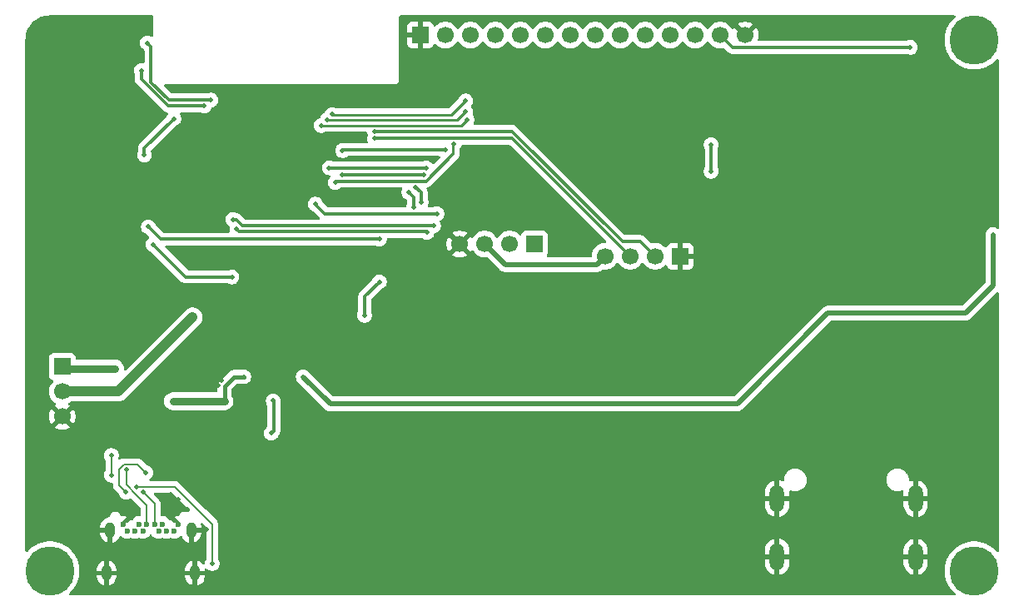
<source format=gbr>
%TF.GenerationSoftware,KiCad,Pcbnew,9.0.1*%
%TF.CreationDate,2025-05-14T14:59:36+02:00*%
%TF.ProjectId,opendtu,6f70656e-6474-4752-9e6b-696361645f70,rev?*%
%TF.SameCoordinates,Original*%
%TF.FileFunction,Copper,L2,Bot*%
%TF.FilePolarity,Positive*%
%FSLAX46Y46*%
G04 Gerber Fmt 4.6, Leading zero omitted, Abs format (unit mm)*
G04 Created by KiCad (PCBNEW 9.0.1) date 2025-05-14 14:59:36*
%MOMM*%
%LPD*%
G01*
G04 APERTURE LIST*
%TA.AperFunction,ComponentPad*%
%ADD10R,1.700000X1.700000*%
%TD*%
%TA.AperFunction,ComponentPad*%
%ADD11C,1.700000*%
%TD*%
%TA.AperFunction,ComponentPad*%
%ADD12O,1.450013X2.750013*%
%TD*%
%TA.AperFunction,ComponentPad*%
%ADD13O,1.000000X1.600000*%
%TD*%
%TA.AperFunction,ComponentPad*%
%ADD14C,0.600000*%
%TD*%
%TA.AperFunction,ViaPad*%
%ADD15C,5.000000*%
%TD*%
%TA.AperFunction,ViaPad*%
%ADD16C,0.500000*%
%TD*%
%TA.AperFunction,Conductor*%
%ADD17C,1.000000*%
%TD*%
%TA.AperFunction,Conductor*%
%ADD18C,0.500000*%
%TD*%
%TA.AperFunction,Conductor*%
%ADD19C,0.300000*%
%TD*%
%TA.AperFunction,Conductor*%
%ADD20C,0.350000*%
%TD*%
%TA.AperFunction,Conductor*%
%ADD21C,0.800000*%
%TD*%
%TA.AperFunction,Conductor*%
%ADD22C,0.400000*%
%TD*%
%TA.AperFunction,Conductor*%
%ADD23C,0.250000*%
%TD*%
%TA.AperFunction,Conductor*%
%ADD24C,0.200000*%
%TD*%
G04 APERTURE END LIST*
D10*
%TO.P,J2,1,Pin_1*%
%TO.N,GND*%
X142080000Y-100000000D03*
D11*
%TO.P,J2,2,Pin_2*%
%TO.N,/ESP_TX*%
X139540000Y-100000000D03*
%TO.P,J2,3,Pin_3*%
%TO.N,/ESP_RX*%
X137000000Y-100000000D03*
%TO.P,J2,4,Pin_4*%
%TO.N,+3.3V*%
X134460000Y-100000000D03*
%TD*%
D10*
%TO.P,J1,1,Pin_1*%
%TO.N,/SDA*%
X127290000Y-98750000D03*
D11*
%TO.P,J1,2,Pin_2*%
%TO.N,/SCL*%
X124750000Y-98750000D03*
%TO.P,J1,3,Pin_3*%
%TO.N,+3.3V*%
X122210000Y-98750000D03*
%TO.P,J1,4,Pin_4*%
%TO.N,GND*%
X119670000Y-98750000D03*
%TD*%
D12*
%TO.P,U14,9,EH*%
%TO.N,GND*%
X166050038Y-124650114D03*
%TO.P,U14,10,EH*%
X151949962Y-124650114D03*
%TO.P,U14,11,EH*%
X166050038Y-130550038D03*
%TO.P,U14,12,EH*%
X151949962Y-130550038D03*
%TD*%
D10*
%TO.P,J3,1,Pin_1*%
%TO.N,GND*%
X115680000Y-77500000D03*
D11*
%TO.P,J3,2,Pin_2*%
%TO.N,/GPIO42*%
X118220000Y-77500000D03*
%TO.P,J3,3,Pin_3*%
%TO.N,/GPIO41*%
X120760000Y-77500000D03*
%TO.P,J3,4,Pin_4*%
%TO.N,/GPIO40*%
X123300000Y-77500000D03*
%TO.P,J3,5,Pin_5*%
%TO.N,/GPIO39*%
X125840000Y-77500000D03*
%TO.P,J3,6,Pin_6*%
%TO.N,/GPIO38*%
X128380000Y-77500000D03*
%TO.P,J3,7,Pin_7*%
%TO.N,/GPIO37*%
X130920000Y-77500000D03*
%TO.P,J3,8,Pin_8*%
%TO.N,/GPIO36*%
X133460000Y-77500000D03*
%TO.P,J3,9,Pin_9*%
%TO.N,/GPIO35*%
X136000000Y-77500000D03*
%TO.P,J3,10,Pin_10*%
%TO.N,/GPIO48*%
X138540000Y-77500000D03*
%TO.P,J3,11,Pin_11*%
%TO.N,/GPIO47*%
X141080000Y-77500000D03*
%TO.P,J3,12,Pin_12*%
%TO.N,/GPIO3*%
X143620000Y-77500000D03*
%TO.P,J3,13,Pin_13*%
%TO.N,+3.3V*%
X146160000Y-77500000D03*
%TO.P,J3,14,Pin_14*%
%TO.N,GND*%
X148700000Y-77500000D03*
%TD*%
D13*
%TO.P,U10,25,EH*%
%TO.N,GND*%
X83759969Y-132225895D03*
X84119888Y-127835750D03*
X92379984Y-127835750D03*
X92739903Y-132225895D03*
D14*
%TO.P,U10,B1,GND*%
X91050038Y-127235801D03*
%TO.P,U10,B2,SSTXp2*%
%TO.N,unconnected-(U10-SSTXp2-PadB2)*%
X90649987Y-127935827D03*
%TO.P,U10,B3,SSTXn2*%
%TO.N,unconnected-(U10-SSTXn2-PadB3)*%
X89849885Y-127935827D03*
%TO.P,U10,B4,VBUS*%
%TO.N,VBUS*%
X89449834Y-127235801D03*
%TO.P,U10,B5,CC2*%
%TO.N,Net-(U10-CC2)*%
X89050038Y-127935827D03*
%TO.P,U10,B6,DP2*%
%TO.N,/USB_D+*%
X88649987Y-127235801D03*
%TO.P,U10,B7,DN2*%
%TO.N,/USB_D-*%
X87850139Y-127235801D03*
%TO.P,U10,B8,SUB2*%
%TO.N,unconnected-(U10-SUB2-PadB8)*%
X87450088Y-127935827D03*
%TO.P,U10,B9,VBUS*%
%TO.N,VBUS*%
X87050038Y-127235801D03*
%TO.P,U10,B10,SSRXn1*%
%TO.N,unconnected-(U10-SSRXn1-PadB10)*%
X86649987Y-127935827D03*
%TO.P,U10,B11,SSRXp1*%
%TO.N,unconnected-(U10-SSRXp1-PadB11)*%
X85849885Y-127935827D03*
%TO.P,U10,B12,GND*%
%TO.N,GND*%
X85449834Y-127235801D03*
%TD*%
D10*
%TO.P,J4,1,Pin_1*%
%TO.N,+5V*%
X79250000Y-111210000D03*
D11*
%TO.P,J4,2,Pin_2*%
%TO.N,+3.3V*%
X79250000Y-113750000D03*
%TO.P,J4,3,Pin_3*%
%TO.N,GND*%
X79250000Y-116290000D03*
%TD*%
D15*
%TO.N,*%
X172000000Y-132000000D03*
X78000000Y-132000000D03*
X172000000Y-78000000D03*
D16*
%TO.N,+3.3V*%
X136000000Y-115000000D03*
X113200000Y-115000000D03*
X92000000Y-106700000D03*
X92450000Y-106250000D03*
X157200000Y-105800000D03*
X165500000Y-78750000D03*
X124000000Y-115000000D03*
X173900000Y-97800000D03*
X171000000Y-105800000D03*
X103750000Y-112250000D03*
%TO.N,GND*%
X143500000Y-88500000D03*
X85500000Y-118500000D03*
X144500000Y-122250000D03*
X95062500Y-113162500D03*
X165000000Y-81000000D03*
X141500000Y-88500000D03*
X84000000Y-100000000D03*
X93250000Y-112250000D03*
X85500000Y-95500000D03*
X165500000Y-104500000D03*
X165500000Y-107500000D03*
X93950000Y-127750000D03*
X142750000Y-84500000D03*
X102000000Y-93000000D03*
X106250000Y-120750000D03*
X113500000Y-126500000D03*
X163500000Y-96500000D03*
X161750000Y-127250000D03*
X140250000Y-113250000D03*
X81750000Y-117000000D03*
X88750000Y-112250000D03*
X158500000Y-107000000D03*
X98000000Y-108750000D03*
X98000000Y-94000000D03*
D15*
X78000000Y-78000000D03*
D16*
X159000000Y-76000000D03*
X118000000Y-118000000D03*
X95475000Y-111900000D03*
X142750000Y-93500000D03*
X97000000Y-107250000D03*
X156000000Y-115750000D03*
X104000000Y-89000000D03*
X155750000Y-92000000D03*
X137750000Y-88500000D03*
X150750000Y-115000000D03*
X131500000Y-99250000D03*
X126000000Y-105750000D03*
X86500000Y-120000000D03*
X108250000Y-113750000D03*
X158000000Y-123000000D03*
X144750000Y-93500000D03*
X117500000Y-123000000D03*
X94500000Y-83000000D03*
X169750000Y-97750000D03*
X164000000Y-124750000D03*
X88750000Y-101750000D03*
X85500000Y-120000000D03*
X107750000Y-83000000D03*
X150250000Y-96000000D03*
X93750000Y-83000000D03*
X94000000Y-112500000D03*
X132750000Y-88500000D03*
X157000000Y-81000000D03*
X172250000Y-94500000D03*
X143500000Y-106000000D03*
X129250000Y-88500000D03*
X103000000Y-123500000D03*
X122500000Y-93750000D03*
X131500000Y-127000000D03*
X116250000Y-106000000D03*
X120500000Y-106000000D03*
X112250000Y-84250000D03*
X140000000Y-93500000D03*
X90250000Y-112250000D03*
X108250000Y-116250000D03*
X165000000Y-76000000D03*
X159750000Y-107000000D03*
X160000000Y-96500000D03*
X168500000Y-116500000D03*
X164250000Y-117750000D03*
X86250000Y-87750000D03*
X97000000Y-109750000D03*
X106500000Y-107750000D03*
X102000000Y-89000000D03*
X92000000Y-125750000D03*
X84750000Y-110000000D03*
X144000000Y-84500000D03*
X134250000Y-103250000D03*
X80750000Y-103250000D03*
X139750000Y-118500000D03*
X131000000Y-88500000D03*
X155250000Y-104500000D03*
X161000000Y-81000000D03*
X135250000Y-93500000D03*
X154000000Y-118500000D03*
X80750000Y-108000000D03*
X122250000Y-86000000D03*
X105750000Y-112250000D03*
X145750000Y-117250000D03*
X165250000Y-92000000D03*
X163750000Y-100000000D03*
X92000000Y-103250000D03*
X100000000Y-94000000D03*
X163000000Y-81000000D03*
X137750000Y-108500000D03*
X120750000Y-101750000D03*
X157000000Y-76000000D03*
X136000000Y-88500000D03*
X159000000Y-81000000D03*
X165250000Y-94500000D03*
X95250000Y-83000000D03*
X133250000Y-93500000D03*
X142750000Y-81250000D03*
X77250000Y-87750000D03*
X113250000Y-101500000D03*
X172250000Y-103000000D03*
X76250000Y-83500000D03*
X91000000Y-124750000D03*
X81750000Y-120250000D03*
X129750000Y-118000000D03*
X137750000Y-104750000D03*
X104000000Y-93000000D03*
X102250000Y-107750000D03*
X155500000Y-94500000D03*
X165250000Y-93250000D03*
X172500000Y-96500000D03*
X85750000Y-105000000D03*
X123250000Y-105750000D03*
X84750000Y-109000000D03*
X162000000Y-115500000D03*
X90250000Y-124250000D03*
X137750000Y-93500000D03*
X161000000Y-76000000D03*
X155500000Y-109500000D03*
X107000000Y-83000000D03*
X104000000Y-91000000D03*
X144250000Y-81250000D03*
X99500000Y-109750000D03*
X114250000Y-79750000D03*
X148500000Y-101500000D03*
X84750000Y-107750000D03*
X156250000Y-97250000D03*
X155000000Y-76000000D03*
X92500000Y-113200000D03*
X92000000Y-112250000D03*
X161250000Y-122250000D03*
X112250000Y-83250000D03*
X129000000Y-122500000D03*
X95475000Y-112600000D03*
X167000000Y-96000000D03*
X163000000Y-76000000D03*
X150250000Y-109750000D03*
X148750000Y-127250000D03*
X161000000Y-76000000D03*
X77250000Y-91500000D03*
X173000000Y-108250000D03*
X100750000Y-125500000D03*
X146250000Y-113000000D03*
X128750000Y-93750000D03*
X174000000Y-104750000D03*
X102000000Y-94000000D03*
X112500000Y-106000000D03*
X84500000Y-91750000D03*
X167000000Y-76000000D03*
X95750000Y-103500000D03*
X139500000Y-88500000D03*
X86500000Y-118500000D03*
X163750000Y-104000000D03*
X134000000Y-88500000D03*
X102000000Y-91000000D03*
X77250000Y-95500000D03*
%TO.N,/ESP_EN*%
X90600000Y-86000000D03*
X87600000Y-89700000D03*
%TO.N,/GPIO0*%
X88000000Y-97000000D03*
X111500000Y-98250000D03*
%TO.N,Net-(U15-SW)*%
X95900000Y-114750000D03*
X97700000Y-112250000D03*
X95300000Y-114750000D03*
X91100000Y-114750000D03*
X90500000Y-114750000D03*
%TO.N,+5V*%
X84600000Y-111400000D03*
%TO.N,/ESP_TX*%
X111000000Y-87300000D03*
%TO.N,/ESP_RX*%
X111000000Y-88000000D03*
%TO.N,/GPIO48*%
X114500000Y-93500000D03*
X115000000Y-95000000D03*
%TO.N,/GPIO47*%
X115200735Y-92950735D03*
X115750000Y-94500000D03*
%TO.N,/GPIO3*%
X107000000Y-92500000D03*
X119100000Y-88600000D03*
%TO.N,VBUS*%
X87750000Y-122000000D03*
X85736091Y-124013909D03*
%TO.N,/GPIO9*%
X110000000Y-106000000D03*
X111500000Y-102600000D03*
%TO.N,/GPIO8*%
X116333111Y-97583111D03*
X97000000Y-97250000D03*
%TO.N,/GPIO1*%
X87900000Y-78300000D03*
X94349861Y-84116647D03*
%TO.N,/GPIO17*%
X96500000Y-102100000D03*
X88500000Y-98800000D03*
%TO.N,/GPIO2*%
X93700000Y-84716647D03*
X87300000Y-81100000D03*
%TO.N,/GPIO6*%
X106700000Y-85575000D03*
X120275000Y-84200000D03*
%TO.N,/GPIO5*%
X120275000Y-85300000D03*
X106200000Y-86125000D03*
%TO.N,/GPIO4*%
X120400000Y-86100000D03*
X105600000Y-86689866D03*
%TO.N,/GPIO21*%
X145250000Y-88647000D03*
X145250000Y-91350000D03*
%TO.N,Net-(U10-CC1)*%
X94500000Y-131250000D03*
X86763909Y-123486091D03*
%TO.N,/GPIO7*%
X105000000Y-94700000D03*
X117349999Y-95672180D03*
%TO.N,/GPIO18*%
X117016220Y-96900000D03*
X96600010Y-96249886D03*
%TO.N,Net-(U15-EN)*%
X100700000Y-114700000D03*
X100500000Y-118000000D03*
%TO.N,/GPIO16*%
X107750000Y-89250000D03*
X118250000Y-89150000D03*
%TO.N,/GPIO15*%
X116250000Y-91000000D03*
X106400000Y-91000000D03*
%TO.N,/GPIO46*%
X116000000Y-91750000D03*
X107750000Y-91750000D03*
%TO.N,/USB_D+*%
X84250000Y-122250000D03*
X87500000Y-124000000D03*
X84250000Y-120250000D03*
%TO.N,/USB_D-*%
X85750000Y-121700000D03*
%TD*%
D17*
%TO.N,+3.3V*%
X79250000Y-113750000D02*
X84950000Y-113750000D01*
X91500000Y-107200000D02*
X92500000Y-106200000D01*
D18*
X171100000Y-105800000D02*
X173900000Y-103000000D01*
D19*
X146160000Y-77500000D02*
X147410000Y-78750000D01*
D20*
X124000000Y-115000000D02*
X113200000Y-115000000D01*
D18*
X134460000Y-100000000D02*
X133610000Y-100850000D01*
X124310000Y-100850000D02*
X122210000Y-98750000D01*
X157100000Y-105800000D02*
X157200000Y-105800000D01*
X147900000Y-115000000D02*
X157100000Y-105800000D01*
X171000000Y-105800000D02*
X171100000Y-105800000D01*
X106500000Y-115000000D02*
X113200000Y-115000000D01*
X133610000Y-100850000D02*
X124310000Y-100850000D01*
D20*
X136000000Y-115000000D02*
X124000000Y-115000000D01*
D18*
X173900000Y-103000000D02*
X173900000Y-97800000D01*
X103750000Y-112250000D02*
X106500000Y-115000000D01*
X157200000Y-105800000D02*
X171000000Y-105800000D01*
D19*
X147410000Y-78750000D02*
X165500000Y-78750000D01*
D17*
X84950000Y-113750000D02*
X91500000Y-107200000D01*
D18*
X113200000Y-115000000D02*
X147900000Y-115000000D01*
D20*
X136000000Y-115000000D02*
X147900000Y-115000000D01*
D19*
%TO.N,/ESP_EN*%
X90600000Y-86000000D02*
X87600000Y-89000000D01*
X87600000Y-89000000D02*
X87600000Y-89700000D01*
%TO.N,/GPIO0*%
X111500000Y-98250000D02*
X89250000Y-98250000D01*
X89250000Y-98250000D02*
X88000000Y-97000000D01*
D21*
%TO.N,Net-(U15-SW)*%
X91100000Y-114750000D02*
X90500000Y-114750000D01*
D22*
X97700000Y-112250000D02*
X96750000Y-112250000D01*
X97750000Y-112250000D02*
X97700000Y-112250000D01*
D21*
X95750000Y-114750000D02*
X91100000Y-114750000D01*
D22*
X96750000Y-112250000D02*
X95750000Y-113250000D01*
X95750000Y-113250000D02*
X95750000Y-114750000D01*
D21*
%TO.N,+5V*%
X79440000Y-111400000D02*
X79250000Y-111210000D01*
X84600000Y-111400000D02*
X79440000Y-111400000D01*
D19*
%TO.N,/ESP_TX*%
X136208520Y-98500000D02*
X138040000Y-98500000D01*
X125008521Y-87300000D02*
X136208520Y-98500000D01*
X111000000Y-87300000D02*
X125008521Y-87300000D01*
X138040000Y-98500000D02*
X139540000Y-100000000D01*
%TO.N,/ESP_RX*%
X110900000Y-88000000D02*
X111000000Y-88000000D01*
X125350000Y-88350000D02*
X137000000Y-100000000D01*
X111000000Y-88000000D02*
X125000000Y-88000000D01*
X125000000Y-88000000D02*
X125350000Y-88350000D01*
%TO.N,/GPIO48*%
X115000000Y-94000000D02*
X114500000Y-93500000D01*
X115000000Y-95000000D02*
X115000000Y-94000000D01*
%TO.N,/GPIO47*%
X115750000Y-93500000D02*
X115200735Y-92950735D01*
X115750000Y-94500000D02*
X115750000Y-93500000D01*
%TO.N,/GPIO3*%
X107000000Y-92500000D02*
X107149000Y-92351000D01*
X107149000Y-92351000D02*
X116248943Y-92351000D01*
X116248943Y-92351000D02*
X119000000Y-89599943D01*
D23*
X119000000Y-88675000D02*
X119000000Y-89599943D01*
X119025000Y-88675000D02*
X119100000Y-88600000D01*
X119000000Y-88675000D02*
X119025000Y-88675000D01*
D24*
%TO.N,VBUS*%
X86899000Y-121149000D02*
X87750000Y-122000000D01*
X85000000Y-122000000D02*
X85000000Y-121670768D01*
X85521768Y-121149000D02*
X86899000Y-121149000D01*
X85736091Y-124013909D02*
X85000000Y-123277818D01*
X85000000Y-123277818D02*
X85000000Y-122000000D01*
X85000000Y-121670768D02*
X85521768Y-121149000D01*
D19*
%TO.N,/GPIO9*%
X110000000Y-106000000D02*
X110000000Y-104100000D01*
X110000000Y-104100000D02*
X111500000Y-102600000D01*
%TO.N,/GPIO8*%
X97250000Y-97500000D02*
X116250000Y-97500000D01*
X97000000Y-97250000D02*
X97250000Y-97500000D01*
X116250000Y-97500000D02*
X116333111Y-97583111D01*
%TO.N,/GPIO1*%
X88275000Y-78700000D02*
X88275000Y-82275000D01*
X90100000Y-84100000D02*
X94333214Y-84100000D01*
X88275000Y-78700000D02*
X88275000Y-78675000D01*
X88275000Y-78675000D02*
X87900000Y-78300000D01*
X94333214Y-84100000D02*
X94349861Y-84116647D01*
X88275000Y-82275000D02*
X90100000Y-84100000D01*
%TO.N,/GPIO17*%
X96500000Y-102100000D02*
X91800000Y-102100000D01*
X91800000Y-102100000D02*
X88500000Y-98800000D01*
%TO.N,/GPIO2*%
X90008127Y-84716647D02*
X87300000Y-82008520D01*
X93694451Y-84716647D02*
X90008127Y-84716647D01*
X87300000Y-82008520D02*
X87300000Y-81100000D01*
D23*
%TO.N,/GPIO6*%
X106700000Y-85575000D02*
X106725000Y-85600000D01*
X118850000Y-85600000D02*
X120250000Y-84200000D01*
X106725000Y-85600000D02*
X118850000Y-85600000D01*
%TO.N,/GPIO5*%
X106200000Y-86125000D02*
X106225000Y-86150000D01*
X106225000Y-86150000D02*
X119400000Y-86150000D01*
X119400000Y-86150000D02*
X120250000Y-85300000D01*
%TO.N,/GPIO4*%
X105610134Y-86700000D02*
X105600000Y-86689866D01*
X120400000Y-86100000D02*
X119800000Y-86700000D01*
X119800000Y-86700000D02*
X105610134Y-86700000D01*
D19*
%TO.N,/GPIO21*%
X145250000Y-91350000D02*
X145250000Y-88647000D01*
D24*
%TO.N,Net-(U10-CC1)*%
X90699000Y-123449000D02*
X93500000Y-126250000D01*
X93500000Y-126250000D02*
X94500000Y-127250000D01*
X86801000Y-123449000D02*
X90699000Y-123449000D01*
X86763909Y-123486091D02*
X86801000Y-123449000D01*
X94500000Y-127250000D02*
X94500000Y-131250000D01*
D19*
%TO.N,/GPIO7*%
X105972180Y-95672180D02*
X117349999Y-95672180D01*
X105043413Y-94743413D02*
X105000000Y-94700000D01*
X105043413Y-94743413D02*
X105972180Y-95672180D01*
%TO.N,/GPIO18*%
X117016220Y-96900000D02*
X97600000Y-96900000D01*
X97000000Y-96300000D02*
X96650124Y-96300000D01*
X97600000Y-96900000D02*
X97000000Y-96300000D01*
X96650124Y-96300000D02*
X96600010Y-96249886D01*
D20*
%TO.N,Net-(U15-EN)*%
X100750000Y-114750000D02*
X100750000Y-117750000D01*
X100750000Y-117750000D02*
X100500000Y-118000000D01*
X100750000Y-114750000D02*
X100700000Y-114700000D01*
D19*
%TO.N,/GPIO16*%
X107850000Y-89150000D02*
X107750000Y-89250000D01*
X118250000Y-89150000D02*
X107850000Y-89150000D01*
%TO.N,/GPIO15*%
X116250000Y-91000000D02*
X107750000Y-91000000D01*
X107750000Y-91000000D02*
X106400000Y-91000000D01*
%TO.N,/GPIO46*%
X116000000Y-91750000D02*
X107750000Y-91750000D01*
D24*
%TO.N,/USB_D+*%
X88649987Y-127235801D02*
X88649987Y-125149987D01*
X88649987Y-125149987D02*
X87500000Y-124000000D01*
X84250000Y-122250000D02*
X84250000Y-120250000D01*
%TO.N,/USB_D-*%
X85750000Y-123250000D02*
X85750000Y-121700000D01*
X87850139Y-125350139D02*
X86750000Y-124250000D01*
X87850139Y-127235801D02*
X87850139Y-125350139D01*
X86750000Y-124250000D02*
X85750000Y-123250000D01*
%TD*%
%TA.AperFunction,Conductor*%
%TO.N,GND*%
G36*
X90465942Y-124069185D02*
G01*
X90486584Y-124085819D01*
X92174717Y-125773952D01*
X92208202Y-125835275D01*
X92203218Y-125904967D01*
X92161346Y-125960900D01*
X92095882Y-125985317D01*
X92087036Y-125985633D01*
X92078982Y-125985633D01*
X91620890Y-125985633D01*
X91529252Y-126010187D01*
X91468158Y-126026557D01*
X91468157Y-126026558D01*
X91331228Y-126105613D01*
X91331223Y-126105617D01*
X91219420Y-126217420D01*
X91219416Y-126217425D01*
X91140360Y-126354356D01*
X91138333Y-126359251D01*
X91094493Y-126413656D01*
X91028200Y-126435722D01*
X91023771Y-126435801D01*
X90971240Y-126435801D01*
X90816694Y-126466542D01*
X90816686Y-126466544D01*
X90687743Y-126519954D01*
X91139133Y-126971342D01*
X91143470Y-126979286D01*
X91150718Y-126984711D01*
X91159954Y-127009473D01*
X91172618Y-127032665D01*
X91171972Y-127041693D01*
X91175136Y-127050175D01*
X91170154Y-127073074D01*
X91163329Y-127066249D01*
X91089820Y-127035801D01*
X91010256Y-127035801D01*
X90936747Y-127066249D01*
X90880486Y-127122510D01*
X90864037Y-127162221D01*
X90728832Y-127135327D01*
X90728829Y-127135327D01*
X90647372Y-127135327D01*
X90580333Y-127115642D01*
X90559690Y-127099008D01*
X90334190Y-126873506D01*
X90270974Y-126886081D01*
X90201383Y-126879852D01*
X90146206Y-126836989D01*
X90143682Y-126833354D01*
X90071623Y-126725512D01*
X90071620Y-126725508D01*
X89960126Y-126614014D01*
X89960122Y-126614011D01*
X89829019Y-126526410D01*
X89829006Y-126526403D01*
X89683335Y-126466065D01*
X89683323Y-126466062D01*
X89528679Y-126435301D01*
X89528676Y-126435301D01*
X89374487Y-126435301D01*
X89307448Y-126415616D01*
X89261693Y-126362812D01*
X89250487Y-126311301D01*
X89250487Y-125070932D01*
X89250487Y-125070930D01*
X89209564Y-124918203D01*
X89209564Y-124918202D01*
X89209564Y-124918201D01*
X89180626Y-124868082D01*
X89180624Y-124868079D01*
X89130507Y-124781271D01*
X89018703Y-124669467D01*
X89018702Y-124669466D01*
X89014372Y-124665136D01*
X89014361Y-124665126D01*
X88610416Y-124261181D01*
X88576931Y-124199858D01*
X88581915Y-124130166D01*
X88623787Y-124074233D01*
X88689251Y-124049816D01*
X88698097Y-124049500D01*
X90398903Y-124049500D01*
X90465942Y-124069185D01*
G37*
%TD.AperFunction*%
%TA.AperFunction,Conductor*%
G36*
X88442539Y-75520185D02*
G01*
X88488294Y-75572989D01*
X88499500Y-75624500D01*
X88499500Y-77565966D01*
X88479815Y-77633005D01*
X88427011Y-77678760D01*
X88357853Y-77688704D01*
X88306610Y-77669069D01*
X88255499Y-77634918D01*
X88255488Y-77634912D01*
X88118917Y-77578343D01*
X88118907Y-77578340D01*
X87973920Y-77549500D01*
X87973918Y-77549500D01*
X87826082Y-77549500D01*
X87826080Y-77549500D01*
X87681092Y-77578340D01*
X87681082Y-77578343D01*
X87544511Y-77634912D01*
X87544498Y-77634919D01*
X87421584Y-77717048D01*
X87421580Y-77717051D01*
X87317051Y-77821580D01*
X87317048Y-77821584D01*
X87234919Y-77944498D01*
X87234912Y-77944511D01*
X87178343Y-78081082D01*
X87178340Y-78081092D01*
X87149500Y-78226079D01*
X87149500Y-78226082D01*
X87149500Y-78373918D01*
X87149500Y-78373920D01*
X87149499Y-78373920D01*
X87178340Y-78518907D01*
X87178343Y-78518917D01*
X87234912Y-78655488D01*
X87234919Y-78655501D01*
X87317048Y-78778415D01*
X87317051Y-78778419D01*
X87421580Y-78882948D01*
X87421588Y-78882954D01*
X87544494Y-78965077D01*
X87544497Y-78965079D01*
X87544505Y-78965084D01*
X87547943Y-78966508D01*
X87549465Y-78967734D01*
X87549876Y-78967954D01*
X87549834Y-78968031D01*
X87602350Y-79010343D01*
X87624421Y-79076635D01*
X87624500Y-79081072D01*
X87624500Y-80248249D01*
X87604815Y-80315288D01*
X87552011Y-80361043D01*
X87482853Y-80370987D01*
X87476309Y-80369866D01*
X87373922Y-80349500D01*
X87373918Y-80349500D01*
X87226082Y-80349500D01*
X87226080Y-80349500D01*
X87081092Y-80378340D01*
X87081082Y-80378343D01*
X86944511Y-80434912D01*
X86944498Y-80434919D01*
X86821584Y-80517048D01*
X86821580Y-80517051D01*
X86717051Y-80621580D01*
X86717048Y-80621584D01*
X86634919Y-80744498D01*
X86634912Y-80744511D01*
X86578343Y-80881082D01*
X86578340Y-80881092D01*
X86549500Y-81026079D01*
X86549500Y-81026082D01*
X86549500Y-81173918D01*
X86549500Y-81173920D01*
X86549499Y-81173920D01*
X86578340Y-81318907D01*
X86578343Y-81318917D01*
X86637247Y-81461124D01*
X86636383Y-81461481D01*
X86649500Y-81513840D01*
X86649500Y-82072589D01*
X86649500Y-82072591D01*
X86649499Y-82072591D01*
X86673488Y-82193181D01*
X86674498Y-82198260D01*
X86674500Y-82198267D01*
X86723532Y-82316643D01*
X86794726Y-82423193D01*
X89593452Y-85221919D01*
X89593459Y-85221925D01*
X89677892Y-85278341D01*
X89677895Y-85278342D01*
X89685297Y-85283288D01*
X89699999Y-85293112D01*
X89749035Y-85313423D01*
X89818383Y-85342148D01*
X89818387Y-85342148D01*
X89818388Y-85342149D01*
X89917558Y-85361876D01*
X89979469Y-85394261D01*
X90014043Y-85454977D01*
X90010303Y-85524747D01*
X89996469Y-85552383D01*
X89934918Y-85644500D01*
X89934914Y-85644507D01*
X89876011Y-85786714D01*
X89875149Y-85786357D01*
X89847398Y-85832654D01*
X87094727Y-88585325D01*
X87094721Y-88585332D01*
X87035787Y-88673534D01*
X87035788Y-88673535D01*
X87023534Y-88691874D01*
X86974499Y-88810255D01*
X86974497Y-88810261D01*
X86949500Y-88935928D01*
X86949500Y-89286160D01*
X86936385Y-89338520D01*
X86937247Y-89338878D01*
X86878342Y-89481086D01*
X86878340Y-89481092D01*
X86849500Y-89626079D01*
X86849500Y-89626082D01*
X86849500Y-89773918D01*
X86849500Y-89773920D01*
X86849499Y-89773920D01*
X86878340Y-89918907D01*
X86878343Y-89918917D01*
X86934912Y-90055488D01*
X86934919Y-90055501D01*
X87017048Y-90178415D01*
X87017051Y-90178419D01*
X87121580Y-90282948D01*
X87121584Y-90282951D01*
X87244498Y-90365080D01*
X87244511Y-90365087D01*
X87381082Y-90421656D01*
X87381087Y-90421658D01*
X87381091Y-90421658D01*
X87381092Y-90421659D01*
X87526079Y-90450500D01*
X87526082Y-90450500D01*
X87673920Y-90450500D01*
X87771462Y-90431096D01*
X87818913Y-90421658D01*
X87955495Y-90365084D01*
X88078416Y-90282951D01*
X88182951Y-90178416D01*
X88265084Y-90055495D01*
X88321658Y-89918913D01*
X88338758Y-89832948D01*
X88350500Y-89773920D01*
X88350500Y-89626079D01*
X88321659Y-89481092D01*
X88321658Y-89481091D01*
X88321658Y-89481087D01*
X88270533Y-89357661D01*
X88263065Y-89288196D01*
X88294340Y-89225717D01*
X88297387Y-89222558D01*
X90767344Y-86752600D01*
X90813642Y-86724852D01*
X90813285Y-86723989D01*
X90955488Y-86665087D01*
X90955488Y-86665086D01*
X90955495Y-86665084D01*
X91078416Y-86582951D01*
X91182951Y-86478416D01*
X91265084Y-86355495D01*
X91321658Y-86218913D01*
X91343936Y-86106917D01*
X91350500Y-86073920D01*
X91350500Y-85926079D01*
X91321659Y-85781092D01*
X91321658Y-85781091D01*
X91321658Y-85781087D01*
X91306505Y-85744505D01*
X91265087Y-85644511D01*
X91265077Y-85644493D01*
X91208646Y-85560037D01*
X91187768Y-85493360D01*
X91206253Y-85425980D01*
X91258232Y-85379290D01*
X91311748Y-85367147D01*
X93286160Y-85367147D01*
X93338520Y-85380261D01*
X93338878Y-85379400D01*
X93344504Y-85381730D01*
X93344505Y-85381731D01*
X93481087Y-85438305D01*
X93481091Y-85438305D01*
X93481092Y-85438306D01*
X93626079Y-85467147D01*
X93626082Y-85467147D01*
X93773920Y-85467147D01*
X93871462Y-85447743D01*
X93918913Y-85438305D01*
X94055495Y-85381731D01*
X94178416Y-85299598D01*
X94282951Y-85195063D01*
X94365084Y-85072142D01*
X94421658Y-84935560D01*
X94421659Y-84935553D01*
X94422032Y-84934326D01*
X94422404Y-84933757D01*
X94423989Y-84929932D01*
X94424714Y-84930232D01*
X94460328Y-84875887D01*
X94516500Y-84848702D01*
X94568774Y-84838305D01*
X94705356Y-84781731D01*
X94828277Y-84699598D01*
X94932812Y-84595063D01*
X95014945Y-84472142D01*
X95071519Y-84335560D01*
X95100361Y-84190565D01*
X95100361Y-84042729D01*
X95100361Y-84042726D01*
X95071520Y-83897739D01*
X95071519Y-83897738D01*
X95071519Y-83897734D01*
X95071517Y-83897729D01*
X95014948Y-83761158D01*
X95014941Y-83761145D01*
X94932812Y-83638231D01*
X94932809Y-83638227D01*
X94828280Y-83533698D01*
X94828276Y-83533695D01*
X94705362Y-83451566D01*
X94705349Y-83451559D01*
X94568778Y-83394990D01*
X94568768Y-83394987D01*
X94423781Y-83366147D01*
X94423779Y-83366147D01*
X94275943Y-83366147D01*
X94275941Y-83366147D01*
X94130953Y-83394987D01*
X94130947Y-83394989D01*
X94022135Y-83440061D01*
X93974682Y-83449500D01*
X90420808Y-83449500D01*
X90353769Y-83429815D01*
X90333127Y-83413181D01*
X89632127Y-82712181D01*
X89598642Y-82650858D01*
X89603626Y-82581166D01*
X89645498Y-82525233D01*
X89710962Y-82500816D01*
X89719808Y-82500500D01*
X113065890Y-82500500D01*
X113065892Y-82500500D01*
X113193186Y-82466392D01*
X113307314Y-82400500D01*
X113400500Y-82307314D01*
X113466392Y-82193186D01*
X113500500Y-82065892D01*
X113500500Y-76602155D01*
X114330000Y-76602155D01*
X114330000Y-77250000D01*
X115246988Y-77250000D01*
X115214075Y-77307007D01*
X115180000Y-77434174D01*
X115180000Y-77565826D01*
X115214075Y-77692993D01*
X115246988Y-77750000D01*
X114330000Y-77750000D01*
X114330000Y-78397844D01*
X114336401Y-78457372D01*
X114336403Y-78457379D01*
X114386645Y-78592086D01*
X114386649Y-78592093D01*
X114472809Y-78707187D01*
X114472812Y-78707190D01*
X114587906Y-78793350D01*
X114587913Y-78793354D01*
X114722620Y-78843596D01*
X114722627Y-78843598D01*
X114782155Y-78849999D01*
X114782172Y-78850000D01*
X115430000Y-78850000D01*
X115430000Y-77933012D01*
X115487007Y-77965925D01*
X115614174Y-78000000D01*
X115745826Y-78000000D01*
X115872993Y-77965925D01*
X115930000Y-77933012D01*
X115930000Y-78850000D01*
X116577828Y-78850000D01*
X116577844Y-78849999D01*
X116637372Y-78843598D01*
X116637379Y-78843596D01*
X116772086Y-78793354D01*
X116772093Y-78793350D01*
X116887187Y-78707190D01*
X116887190Y-78707187D01*
X116973350Y-78592093D01*
X116973354Y-78592086D01*
X117022422Y-78460529D01*
X117064293Y-78404595D01*
X117129757Y-78380178D01*
X117198030Y-78395030D01*
X117226285Y-78416181D01*
X117340213Y-78530109D01*
X117512179Y-78655048D01*
X117512181Y-78655049D01*
X117512184Y-78655051D01*
X117701588Y-78751557D01*
X117903757Y-78817246D01*
X118113713Y-78850500D01*
X118113714Y-78850500D01*
X118326286Y-78850500D01*
X118326287Y-78850500D01*
X118536243Y-78817246D01*
X118738412Y-78751557D01*
X118927816Y-78655051D01*
X119014471Y-78592093D01*
X119099786Y-78530109D01*
X119099788Y-78530106D01*
X119099792Y-78530104D01*
X119250104Y-78379792D01*
X119250106Y-78379788D01*
X119250109Y-78379786D01*
X119375048Y-78207820D01*
X119375047Y-78207820D01*
X119375051Y-78207816D01*
X119379514Y-78199054D01*
X119427488Y-78148259D01*
X119495308Y-78131463D01*
X119561444Y-78153999D01*
X119600486Y-78199056D01*
X119604951Y-78207820D01*
X119729890Y-78379786D01*
X119880213Y-78530109D01*
X120052179Y-78655048D01*
X120052181Y-78655049D01*
X120052184Y-78655051D01*
X120241588Y-78751557D01*
X120443757Y-78817246D01*
X120653713Y-78850500D01*
X120653714Y-78850500D01*
X120866286Y-78850500D01*
X120866287Y-78850500D01*
X121076243Y-78817246D01*
X121278412Y-78751557D01*
X121467816Y-78655051D01*
X121554471Y-78592093D01*
X121639786Y-78530109D01*
X121639788Y-78530106D01*
X121639792Y-78530104D01*
X121790104Y-78379792D01*
X121790106Y-78379788D01*
X121790109Y-78379786D01*
X121915048Y-78207820D01*
X121915047Y-78207820D01*
X121915051Y-78207816D01*
X121919514Y-78199054D01*
X121967488Y-78148259D01*
X122035308Y-78131463D01*
X122101444Y-78153999D01*
X122140486Y-78199056D01*
X122144951Y-78207820D01*
X122269890Y-78379786D01*
X122420213Y-78530109D01*
X122592179Y-78655048D01*
X122592181Y-78655049D01*
X122592184Y-78655051D01*
X122781588Y-78751557D01*
X122983757Y-78817246D01*
X123193713Y-78850500D01*
X123193714Y-78850500D01*
X123406286Y-78850500D01*
X123406287Y-78850500D01*
X123616243Y-78817246D01*
X123818412Y-78751557D01*
X124007816Y-78655051D01*
X124094471Y-78592093D01*
X124179786Y-78530109D01*
X124179788Y-78530106D01*
X124179792Y-78530104D01*
X124330104Y-78379792D01*
X124330106Y-78379788D01*
X124330109Y-78379786D01*
X124455048Y-78207820D01*
X124455047Y-78207820D01*
X124455051Y-78207816D01*
X124459514Y-78199054D01*
X124507488Y-78148259D01*
X124575308Y-78131463D01*
X124641444Y-78153999D01*
X124680486Y-78199056D01*
X124684951Y-78207820D01*
X124809890Y-78379786D01*
X124960213Y-78530109D01*
X125132179Y-78655048D01*
X125132181Y-78655049D01*
X125132184Y-78655051D01*
X125321588Y-78751557D01*
X125523757Y-78817246D01*
X125733713Y-78850500D01*
X125733714Y-78850500D01*
X125946286Y-78850500D01*
X125946287Y-78850500D01*
X126156243Y-78817246D01*
X126358412Y-78751557D01*
X126547816Y-78655051D01*
X126634471Y-78592093D01*
X126719786Y-78530109D01*
X126719788Y-78530106D01*
X126719792Y-78530104D01*
X126870104Y-78379792D01*
X126870106Y-78379788D01*
X126870109Y-78379786D01*
X126995048Y-78207820D01*
X126995047Y-78207820D01*
X126995051Y-78207816D01*
X126999514Y-78199054D01*
X127047488Y-78148259D01*
X127115308Y-78131463D01*
X127181444Y-78153999D01*
X127220486Y-78199056D01*
X127224951Y-78207820D01*
X127349890Y-78379786D01*
X127500213Y-78530109D01*
X127672179Y-78655048D01*
X127672181Y-78655049D01*
X127672184Y-78655051D01*
X127861588Y-78751557D01*
X128063757Y-78817246D01*
X128273713Y-78850500D01*
X128273714Y-78850500D01*
X128486286Y-78850500D01*
X128486287Y-78850500D01*
X128696243Y-78817246D01*
X128898412Y-78751557D01*
X129087816Y-78655051D01*
X129174471Y-78592093D01*
X129259786Y-78530109D01*
X129259788Y-78530106D01*
X129259792Y-78530104D01*
X129410104Y-78379792D01*
X129410106Y-78379788D01*
X129410109Y-78379786D01*
X129535048Y-78207820D01*
X129535047Y-78207820D01*
X129535051Y-78207816D01*
X129539514Y-78199054D01*
X129587488Y-78148259D01*
X129655308Y-78131463D01*
X129721444Y-78153999D01*
X129760486Y-78199056D01*
X129764951Y-78207820D01*
X129889890Y-78379786D01*
X130040213Y-78530109D01*
X130212179Y-78655048D01*
X130212181Y-78655049D01*
X130212184Y-78655051D01*
X130401588Y-78751557D01*
X130603757Y-78817246D01*
X130813713Y-78850500D01*
X130813714Y-78850500D01*
X131026286Y-78850500D01*
X131026287Y-78850500D01*
X131236243Y-78817246D01*
X131438412Y-78751557D01*
X131627816Y-78655051D01*
X131714471Y-78592093D01*
X131799786Y-78530109D01*
X131799788Y-78530106D01*
X131799792Y-78530104D01*
X131950104Y-78379792D01*
X131950106Y-78379788D01*
X131950109Y-78379786D01*
X132075048Y-78207820D01*
X132075047Y-78207820D01*
X132075051Y-78207816D01*
X132079514Y-78199054D01*
X132127488Y-78148259D01*
X132195308Y-78131463D01*
X132261444Y-78153999D01*
X132300486Y-78199056D01*
X132304951Y-78207820D01*
X132429890Y-78379786D01*
X132580213Y-78530109D01*
X132752179Y-78655048D01*
X132752181Y-78655049D01*
X132752184Y-78655051D01*
X132941588Y-78751557D01*
X133143757Y-78817246D01*
X133353713Y-78850500D01*
X133353714Y-78850500D01*
X133566286Y-78850500D01*
X133566287Y-78850500D01*
X133776243Y-78817246D01*
X133978412Y-78751557D01*
X134167816Y-78655051D01*
X134254471Y-78592093D01*
X134339786Y-78530109D01*
X134339788Y-78530106D01*
X134339792Y-78530104D01*
X134490104Y-78379792D01*
X134490106Y-78379788D01*
X134490109Y-78379786D01*
X134615048Y-78207820D01*
X134615047Y-78207820D01*
X134615051Y-78207816D01*
X134619514Y-78199054D01*
X134667488Y-78148259D01*
X134735308Y-78131463D01*
X134801444Y-78153999D01*
X134840486Y-78199056D01*
X134844951Y-78207820D01*
X134969890Y-78379786D01*
X135120213Y-78530109D01*
X135292179Y-78655048D01*
X135292181Y-78655049D01*
X135292184Y-78655051D01*
X135481588Y-78751557D01*
X135683757Y-78817246D01*
X135893713Y-78850500D01*
X135893714Y-78850500D01*
X136106286Y-78850500D01*
X136106287Y-78850500D01*
X136316243Y-78817246D01*
X136518412Y-78751557D01*
X136707816Y-78655051D01*
X136794471Y-78592093D01*
X136879786Y-78530109D01*
X136879788Y-78530106D01*
X136879792Y-78530104D01*
X137030104Y-78379792D01*
X137030106Y-78379788D01*
X137030109Y-78379786D01*
X137155048Y-78207820D01*
X137155047Y-78207820D01*
X137155051Y-78207816D01*
X137159514Y-78199054D01*
X137207488Y-78148259D01*
X137275308Y-78131463D01*
X137341444Y-78153999D01*
X137380486Y-78199056D01*
X137384951Y-78207820D01*
X137509890Y-78379786D01*
X137660213Y-78530109D01*
X137832179Y-78655048D01*
X137832181Y-78655049D01*
X137832184Y-78655051D01*
X138021588Y-78751557D01*
X138223757Y-78817246D01*
X138433713Y-78850500D01*
X138433714Y-78850500D01*
X138646286Y-78850500D01*
X138646287Y-78850500D01*
X138856243Y-78817246D01*
X139058412Y-78751557D01*
X139247816Y-78655051D01*
X139334471Y-78592093D01*
X139419786Y-78530109D01*
X139419788Y-78530106D01*
X139419792Y-78530104D01*
X139570104Y-78379792D01*
X139570106Y-78379788D01*
X139570109Y-78379786D01*
X139695048Y-78207820D01*
X139695047Y-78207820D01*
X139695051Y-78207816D01*
X139699514Y-78199054D01*
X139747488Y-78148259D01*
X139815308Y-78131463D01*
X139881444Y-78153999D01*
X139920486Y-78199056D01*
X139924951Y-78207820D01*
X140049890Y-78379786D01*
X140200213Y-78530109D01*
X140372179Y-78655048D01*
X140372181Y-78655049D01*
X140372184Y-78655051D01*
X140561588Y-78751557D01*
X140763757Y-78817246D01*
X140973713Y-78850500D01*
X140973714Y-78850500D01*
X141186286Y-78850500D01*
X141186287Y-78850500D01*
X141396243Y-78817246D01*
X141598412Y-78751557D01*
X141787816Y-78655051D01*
X141874471Y-78592093D01*
X141959786Y-78530109D01*
X141959788Y-78530106D01*
X141959792Y-78530104D01*
X142110104Y-78379792D01*
X142110106Y-78379788D01*
X142110109Y-78379786D01*
X142235048Y-78207820D01*
X142235047Y-78207820D01*
X142235051Y-78207816D01*
X142239514Y-78199054D01*
X142287488Y-78148259D01*
X142355308Y-78131463D01*
X142421444Y-78153999D01*
X142460486Y-78199056D01*
X142464951Y-78207820D01*
X142589890Y-78379786D01*
X142740213Y-78530109D01*
X142912179Y-78655048D01*
X142912181Y-78655049D01*
X142912184Y-78655051D01*
X143101588Y-78751557D01*
X143303757Y-78817246D01*
X143513713Y-78850500D01*
X143513714Y-78850500D01*
X143726286Y-78850500D01*
X143726287Y-78850500D01*
X143936243Y-78817246D01*
X144138412Y-78751557D01*
X144327816Y-78655051D01*
X144414471Y-78592093D01*
X144499786Y-78530109D01*
X144499788Y-78530106D01*
X144499792Y-78530104D01*
X144650104Y-78379792D01*
X144650106Y-78379788D01*
X144650109Y-78379786D01*
X144775048Y-78207820D01*
X144775047Y-78207820D01*
X144775051Y-78207816D01*
X144779514Y-78199054D01*
X144827488Y-78148259D01*
X144895308Y-78131463D01*
X144961444Y-78153999D01*
X145000486Y-78199056D01*
X145004951Y-78207820D01*
X145129890Y-78379786D01*
X145280213Y-78530109D01*
X145452179Y-78655048D01*
X145452181Y-78655049D01*
X145452184Y-78655051D01*
X145641588Y-78751557D01*
X145843757Y-78817246D01*
X146053713Y-78850500D01*
X146053714Y-78850500D01*
X146266286Y-78850500D01*
X146266287Y-78850500D01*
X146383387Y-78831953D01*
X146481055Y-78816484D01*
X146481315Y-78818128D01*
X146543852Y-78821250D01*
X146590711Y-78850657D01*
X146995325Y-79255272D01*
X146995332Y-79255278D01*
X147063015Y-79300502D01*
X147063016Y-79300502D01*
X147101866Y-79326461D01*
X147101875Y-79326466D01*
X147128692Y-79337574D01*
X147220256Y-79375501D01*
X147220260Y-79375501D01*
X147220261Y-79375502D01*
X147345928Y-79400500D01*
X147345931Y-79400500D01*
X165086160Y-79400500D01*
X165138520Y-79413614D01*
X165138878Y-79412753D01*
X165144504Y-79415083D01*
X165144505Y-79415084D01*
X165281087Y-79471658D01*
X165281091Y-79471658D01*
X165281092Y-79471659D01*
X165426079Y-79500500D01*
X165426082Y-79500500D01*
X165573920Y-79500500D01*
X165671462Y-79481096D01*
X165718913Y-79471658D01*
X165855495Y-79415084D01*
X165978416Y-79332951D01*
X166082951Y-79228416D01*
X166165084Y-79105495D01*
X166221658Y-78968913D01*
X166245181Y-78850657D01*
X166250500Y-78823920D01*
X166250500Y-78676079D01*
X166221659Y-78531092D01*
X166221658Y-78531091D01*
X166221658Y-78531087D01*
X166216613Y-78518907D01*
X166165087Y-78394511D01*
X166165080Y-78394498D01*
X166082951Y-78271584D01*
X166082948Y-78271580D01*
X165978419Y-78167051D01*
X165978415Y-78167048D01*
X165855501Y-78084919D01*
X165855488Y-78084912D01*
X165718917Y-78028343D01*
X165718907Y-78028340D01*
X165573920Y-77999500D01*
X165573918Y-77999500D01*
X165426082Y-77999500D01*
X165426080Y-77999500D01*
X165281092Y-78028340D01*
X165281086Y-78028342D01*
X165138878Y-78087247D01*
X165138520Y-78086385D01*
X165086160Y-78099500D01*
X150095356Y-78099500D01*
X150028317Y-78079815D01*
X149982562Y-78027011D01*
X149972618Y-77957853D01*
X149977425Y-77937182D01*
X150016757Y-77816130D01*
X150016757Y-77816127D01*
X150050000Y-77606246D01*
X150050000Y-77393753D01*
X150016757Y-77183872D01*
X150016757Y-77183869D01*
X149951095Y-76981782D01*
X149854624Y-76792449D01*
X149815270Y-76738282D01*
X149815269Y-76738282D01*
X149182962Y-77370589D01*
X149165925Y-77307007D01*
X149100099Y-77192993D01*
X149007007Y-77099901D01*
X148892993Y-77034075D01*
X148829409Y-77017037D01*
X149461716Y-76384728D01*
X149407550Y-76345375D01*
X149218217Y-76248904D01*
X149016129Y-76183242D01*
X148806246Y-76150000D01*
X148593754Y-76150000D01*
X148383872Y-76183242D01*
X148383869Y-76183242D01*
X148181782Y-76248904D01*
X147992439Y-76345380D01*
X147938282Y-76384727D01*
X147938282Y-76384728D01*
X148570591Y-77017037D01*
X148507007Y-77034075D01*
X148392993Y-77099901D01*
X148299901Y-77192993D01*
X148234075Y-77307007D01*
X148217037Y-77370591D01*
X147584728Y-76738282D01*
X147584727Y-76738282D01*
X147545380Y-76792440D01*
X147545376Y-76792446D01*
X147540760Y-76801505D01*
X147492781Y-76852297D01*
X147424959Y-76869087D01*
X147358826Y-76846543D01*
X147319794Y-76801493D01*
X147315051Y-76792184D01*
X147315049Y-76792181D01*
X147315048Y-76792179D01*
X147190109Y-76620213D01*
X147039786Y-76469890D01*
X146867820Y-76344951D01*
X146678414Y-76248444D01*
X146678413Y-76248443D01*
X146678412Y-76248443D01*
X146476243Y-76182754D01*
X146476241Y-76182753D01*
X146476240Y-76182753D01*
X146314957Y-76157208D01*
X146266287Y-76149500D01*
X146053713Y-76149500D01*
X146005042Y-76157208D01*
X145843760Y-76182753D01*
X145641585Y-76248444D01*
X145452179Y-76344951D01*
X145280213Y-76469890D01*
X145129890Y-76620213D01*
X145004949Y-76792182D01*
X145000484Y-76800946D01*
X144952509Y-76851742D01*
X144884688Y-76868536D01*
X144818553Y-76845998D01*
X144779516Y-76800946D01*
X144775050Y-76792182D01*
X144650109Y-76620213D01*
X144499786Y-76469890D01*
X144327820Y-76344951D01*
X144138414Y-76248444D01*
X144138413Y-76248443D01*
X144138412Y-76248443D01*
X143936243Y-76182754D01*
X143936241Y-76182753D01*
X143936240Y-76182753D01*
X143774957Y-76157208D01*
X143726287Y-76149500D01*
X143513713Y-76149500D01*
X143465042Y-76157208D01*
X143303760Y-76182753D01*
X143101585Y-76248444D01*
X142912179Y-76344951D01*
X142740213Y-76469890D01*
X142589890Y-76620213D01*
X142464949Y-76792182D01*
X142460484Y-76800946D01*
X142412509Y-76851742D01*
X142344688Y-76868536D01*
X142278553Y-76845998D01*
X142239516Y-76800946D01*
X142235050Y-76792182D01*
X142110109Y-76620213D01*
X141959786Y-76469890D01*
X141787820Y-76344951D01*
X141598414Y-76248444D01*
X141598413Y-76248443D01*
X141598412Y-76248443D01*
X141396243Y-76182754D01*
X141396241Y-76182753D01*
X141396240Y-76182753D01*
X141234957Y-76157208D01*
X141186287Y-76149500D01*
X140973713Y-76149500D01*
X140925042Y-76157208D01*
X140763760Y-76182753D01*
X140561585Y-76248444D01*
X140372179Y-76344951D01*
X140200213Y-76469890D01*
X140049890Y-76620213D01*
X139924949Y-76792182D01*
X139920484Y-76800946D01*
X139872509Y-76851742D01*
X139804688Y-76868536D01*
X139738553Y-76845998D01*
X139699516Y-76800946D01*
X139695050Y-76792182D01*
X139570109Y-76620213D01*
X139419786Y-76469890D01*
X139247820Y-76344951D01*
X139058414Y-76248444D01*
X139058413Y-76248443D01*
X139058412Y-76248443D01*
X138856243Y-76182754D01*
X138856241Y-76182753D01*
X138856240Y-76182753D01*
X138694957Y-76157208D01*
X138646287Y-76149500D01*
X138433713Y-76149500D01*
X138385042Y-76157208D01*
X138223760Y-76182753D01*
X138021585Y-76248444D01*
X137832179Y-76344951D01*
X137660213Y-76469890D01*
X137509890Y-76620213D01*
X137384949Y-76792182D01*
X137380484Y-76800946D01*
X137332509Y-76851742D01*
X137264688Y-76868536D01*
X137198553Y-76845998D01*
X137159516Y-76800946D01*
X137155050Y-76792182D01*
X137030109Y-76620213D01*
X136879786Y-76469890D01*
X136707820Y-76344951D01*
X136518414Y-76248444D01*
X136518413Y-76248443D01*
X136518412Y-76248443D01*
X136316243Y-76182754D01*
X136316241Y-76182753D01*
X136316240Y-76182753D01*
X136154957Y-76157208D01*
X136106287Y-76149500D01*
X135893713Y-76149500D01*
X135845042Y-76157208D01*
X135683760Y-76182753D01*
X135481585Y-76248444D01*
X135292179Y-76344951D01*
X135120213Y-76469890D01*
X134969890Y-76620213D01*
X134844949Y-76792182D01*
X134840484Y-76800946D01*
X134792509Y-76851742D01*
X134724688Y-76868536D01*
X134658553Y-76845998D01*
X134619516Y-76800946D01*
X134615050Y-76792182D01*
X134490109Y-76620213D01*
X134339786Y-76469890D01*
X134167820Y-76344951D01*
X133978414Y-76248444D01*
X133978413Y-76248443D01*
X133978412Y-76248443D01*
X133776243Y-76182754D01*
X133776241Y-76182753D01*
X133776240Y-76182753D01*
X133614957Y-76157208D01*
X133566287Y-76149500D01*
X133353713Y-76149500D01*
X133305042Y-76157208D01*
X133143760Y-76182753D01*
X132941585Y-76248444D01*
X132752179Y-76344951D01*
X132580213Y-76469890D01*
X132429890Y-76620213D01*
X132304949Y-76792182D01*
X132300484Y-76800946D01*
X132252509Y-76851742D01*
X132184688Y-76868536D01*
X132118553Y-76845998D01*
X132079516Y-76800946D01*
X132075050Y-76792182D01*
X131950109Y-76620213D01*
X131799786Y-76469890D01*
X131627820Y-76344951D01*
X131438414Y-76248444D01*
X131438413Y-76248443D01*
X131438412Y-76248443D01*
X131236243Y-76182754D01*
X131236241Y-76182753D01*
X131236240Y-76182753D01*
X131074957Y-76157208D01*
X131026287Y-76149500D01*
X130813713Y-76149500D01*
X130765042Y-76157208D01*
X130603760Y-76182753D01*
X130401585Y-76248444D01*
X130212179Y-76344951D01*
X130040213Y-76469890D01*
X129889890Y-76620213D01*
X129764949Y-76792182D01*
X129760484Y-76800946D01*
X129712509Y-76851742D01*
X129644688Y-76868536D01*
X129578553Y-76845998D01*
X129539516Y-76800946D01*
X129535050Y-76792182D01*
X129410109Y-76620213D01*
X129259786Y-76469890D01*
X129087820Y-76344951D01*
X128898414Y-76248444D01*
X128898413Y-76248443D01*
X128898412Y-76248443D01*
X128696243Y-76182754D01*
X128696241Y-76182753D01*
X128696240Y-76182753D01*
X128534957Y-76157208D01*
X128486287Y-76149500D01*
X128273713Y-76149500D01*
X128225042Y-76157208D01*
X128063760Y-76182753D01*
X127861585Y-76248444D01*
X127672179Y-76344951D01*
X127500213Y-76469890D01*
X127349890Y-76620213D01*
X127224949Y-76792182D01*
X127220484Y-76800946D01*
X127172509Y-76851742D01*
X127104688Y-76868536D01*
X127038553Y-76845998D01*
X126999516Y-76800946D01*
X126995050Y-76792182D01*
X126870109Y-76620213D01*
X126719786Y-76469890D01*
X126547820Y-76344951D01*
X126358414Y-76248444D01*
X126358413Y-76248443D01*
X126358412Y-76248443D01*
X126156243Y-76182754D01*
X126156241Y-76182753D01*
X126156240Y-76182753D01*
X125994957Y-76157208D01*
X125946287Y-76149500D01*
X125733713Y-76149500D01*
X125685042Y-76157208D01*
X125523760Y-76182753D01*
X125321585Y-76248444D01*
X125132179Y-76344951D01*
X124960213Y-76469890D01*
X124809890Y-76620213D01*
X124684949Y-76792182D01*
X124680484Y-76800946D01*
X124632509Y-76851742D01*
X124564688Y-76868536D01*
X124498553Y-76845998D01*
X124459516Y-76800946D01*
X124455050Y-76792182D01*
X124330109Y-76620213D01*
X124179786Y-76469890D01*
X124007820Y-76344951D01*
X123818414Y-76248444D01*
X123818413Y-76248443D01*
X123818412Y-76248443D01*
X123616243Y-76182754D01*
X123616241Y-76182753D01*
X123616240Y-76182753D01*
X123454957Y-76157208D01*
X123406287Y-76149500D01*
X123193713Y-76149500D01*
X123145042Y-76157208D01*
X122983760Y-76182753D01*
X122781585Y-76248444D01*
X122592179Y-76344951D01*
X122420213Y-76469890D01*
X122269890Y-76620213D01*
X122144949Y-76792182D01*
X122140484Y-76800946D01*
X122092509Y-76851742D01*
X122024688Y-76868536D01*
X121958553Y-76845998D01*
X121919516Y-76800946D01*
X121915050Y-76792182D01*
X121790109Y-76620213D01*
X121639786Y-76469890D01*
X121467820Y-76344951D01*
X121278414Y-76248444D01*
X121278413Y-76248443D01*
X121278412Y-76248443D01*
X121076243Y-76182754D01*
X121076241Y-76182753D01*
X121076240Y-76182753D01*
X120914957Y-76157208D01*
X120866287Y-76149500D01*
X120653713Y-76149500D01*
X120605042Y-76157208D01*
X120443760Y-76182753D01*
X120241585Y-76248444D01*
X120052179Y-76344951D01*
X119880213Y-76469890D01*
X119729890Y-76620213D01*
X119604949Y-76792182D01*
X119600484Y-76800946D01*
X119552509Y-76851742D01*
X119484688Y-76868536D01*
X119418553Y-76845998D01*
X119379516Y-76800946D01*
X119375050Y-76792182D01*
X119250109Y-76620213D01*
X119099786Y-76469890D01*
X118927820Y-76344951D01*
X118738414Y-76248444D01*
X118738413Y-76248443D01*
X118738412Y-76248443D01*
X118536243Y-76182754D01*
X118536241Y-76182753D01*
X118536240Y-76182753D01*
X118374957Y-76157208D01*
X118326287Y-76149500D01*
X118113713Y-76149500D01*
X118065042Y-76157208D01*
X117903760Y-76182753D01*
X117701585Y-76248444D01*
X117512179Y-76344951D01*
X117340215Y-76469889D01*
X117226285Y-76583819D01*
X117164962Y-76617303D01*
X117095270Y-76612319D01*
X117039337Y-76570447D01*
X117022422Y-76539470D01*
X116973354Y-76407913D01*
X116973350Y-76407906D01*
X116887190Y-76292812D01*
X116887187Y-76292809D01*
X116772093Y-76206649D01*
X116772086Y-76206645D01*
X116637379Y-76156403D01*
X116637372Y-76156401D01*
X116577844Y-76150000D01*
X115930000Y-76150000D01*
X115930000Y-77066988D01*
X115872993Y-77034075D01*
X115745826Y-77000000D01*
X115614174Y-77000000D01*
X115487007Y-77034075D01*
X115430000Y-77066988D01*
X115430000Y-76150000D01*
X114782155Y-76150000D01*
X114722627Y-76156401D01*
X114722620Y-76156403D01*
X114587913Y-76206645D01*
X114587906Y-76206649D01*
X114472812Y-76292809D01*
X114472809Y-76292812D01*
X114386649Y-76407906D01*
X114386645Y-76407913D01*
X114336403Y-76542620D01*
X114336401Y-76542627D01*
X114330000Y-76602155D01*
X113500500Y-76602155D01*
X113500500Y-75624500D01*
X113520185Y-75557461D01*
X113572989Y-75511706D01*
X113624500Y-75500500D01*
X169967473Y-75500500D01*
X170034512Y-75520185D01*
X170080267Y-75572989D01*
X170090211Y-75642147D01*
X170061186Y-75705703D01*
X170044786Y-75721447D01*
X169997477Y-75759174D01*
X169759174Y-75997477D01*
X169549053Y-76260962D01*
X169369752Y-76546316D01*
X169223532Y-76849945D01*
X169112227Y-77168034D01*
X169112223Y-77168046D01*
X169037233Y-77496602D01*
X169037231Y-77496618D01*
X168999500Y-77831491D01*
X168999500Y-78168508D01*
X169037231Y-78503381D01*
X169037233Y-78503397D01*
X169112223Y-78831953D01*
X169112227Y-78831965D01*
X169223532Y-79150054D01*
X169369752Y-79453683D01*
X169369754Y-79453686D01*
X169549054Y-79739039D01*
X169759175Y-80002523D01*
X169997477Y-80240825D01*
X170260961Y-80450946D01*
X170546314Y-80630246D01*
X170849949Y-80776469D01*
X171088848Y-80860063D01*
X171168034Y-80887772D01*
X171168046Y-80887776D01*
X171496606Y-80962767D01*
X171831492Y-81000499D01*
X171831493Y-81000500D01*
X171831496Y-81000500D01*
X172168507Y-81000500D01*
X172168507Y-81000499D01*
X172503394Y-80962767D01*
X172831954Y-80887776D01*
X173150051Y-80776469D01*
X173453686Y-80630246D01*
X173739039Y-80450946D01*
X174002523Y-80240825D01*
X174240825Y-80002523D01*
X174278553Y-79955213D01*
X174335740Y-79915073D01*
X174405552Y-79912223D01*
X174465822Y-79947568D01*
X174497416Y-80009886D01*
X174499500Y-80032526D01*
X174499500Y-97065966D01*
X174479815Y-97133005D01*
X174427011Y-97178760D01*
X174357853Y-97188704D01*
X174306610Y-97169069D01*
X174255499Y-97134918D01*
X174255488Y-97134912D01*
X174118917Y-97078343D01*
X174118907Y-97078340D01*
X173973920Y-97049500D01*
X173973918Y-97049500D01*
X173826082Y-97049500D01*
X173826080Y-97049500D01*
X173681092Y-97078340D01*
X173681082Y-97078343D01*
X173544511Y-97134912D01*
X173544498Y-97134919D01*
X173421584Y-97217048D01*
X173421580Y-97217051D01*
X173317051Y-97321580D01*
X173317048Y-97321584D01*
X173234919Y-97444498D01*
X173234912Y-97444511D01*
X173178343Y-97581082D01*
X173178340Y-97581092D01*
X173149500Y-97726079D01*
X173149500Y-102637770D01*
X173129815Y-102704809D01*
X173113181Y-102725451D01*
X170825451Y-105013181D01*
X170764128Y-105046666D01*
X170737770Y-105049500D01*
X157026080Y-105049500D01*
X156881092Y-105078340D01*
X156881086Y-105078342D01*
X156744508Y-105134914D01*
X156744496Y-105134921D01*
X156695269Y-105167813D01*
X156621588Y-105217044D01*
X156621580Y-105217050D01*
X147625451Y-114213181D01*
X147564128Y-114246666D01*
X147537770Y-114249500D01*
X106862229Y-114249500D01*
X106795190Y-114229815D01*
X106774548Y-114213181D01*
X104228421Y-111667052D01*
X104228414Y-111667046D01*
X104154729Y-111617812D01*
X104154729Y-111617813D01*
X104105491Y-111584913D01*
X103968917Y-111528343D01*
X103968907Y-111528340D01*
X103823920Y-111499500D01*
X103823918Y-111499500D01*
X103676082Y-111499500D01*
X103676080Y-111499500D01*
X103531092Y-111528340D01*
X103531086Y-111528342D01*
X103394508Y-111584914D01*
X103394496Y-111584921D01*
X103345269Y-111617813D01*
X103271588Y-111667044D01*
X103167046Y-111771586D01*
X103148686Y-111799065D01*
X103130324Y-111826547D01*
X103084919Y-111894499D01*
X103084912Y-111894511D01*
X103028343Y-112031082D01*
X103028340Y-112031092D01*
X102999500Y-112176079D01*
X102999500Y-112176082D01*
X102999500Y-112323918D01*
X102999500Y-112323920D01*
X102999499Y-112323920D01*
X103028340Y-112468907D01*
X103028343Y-112468917D01*
X103084913Y-112605490D01*
X103084914Y-112605491D01*
X103084916Y-112605495D01*
X103100772Y-112629225D01*
X103167048Y-112728416D01*
X103167049Y-112728417D01*
X103167050Y-112728418D01*
X103167052Y-112728421D01*
X106021580Y-115582948D01*
X106021584Y-115582951D01*
X106144498Y-115665080D01*
X106144511Y-115665087D01*
X106281082Y-115721656D01*
X106281087Y-115721658D01*
X106281091Y-115721658D01*
X106281092Y-115721659D01*
X106426079Y-115750500D01*
X106426082Y-115750500D01*
X147973920Y-115750500D01*
X148071462Y-115731096D01*
X148118913Y-115721658D01*
X148255495Y-115665084D01*
X148314735Y-115625501D01*
X148378416Y-115582952D01*
X157374549Y-106586819D01*
X157435872Y-106553334D01*
X157462230Y-106550500D01*
X171173920Y-106550500D01*
X171271462Y-106531096D01*
X171318913Y-106521658D01*
X171455495Y-106465084D01*
X171514735Y-106425501D01*
X171578416Y-106382952D01*
X174287819Y-103673549D01*
X174349142Y-103640064D01*
X174418834Y-103645048D01*
X174474767Y-103686920D01*
X174499184Y-103752384D01*
X174499500Y-103761230D01*
X174499500Y-129967473D01*
X174479815Y-130034512D01*
X174427011Y-130080267D01*
X174357853Y-130090211D01*
X174294297Y-130061186D01*
X174278553Y-130044786D01*
X174240825Y-129997477D01*
X174002522Y-129759174D01*
X173827966Y-129619971D01*
X173739039Y-129549054D01*
X173453686Y-129369754D01*
X173453683Y-129369752D01*
X173150054Y-129223532D01*
X172831965Y-129112227D01*
X172831953Y-129112223D01*
X172503397Y-129037233D01*
X172503381Y-129037231D01*
X172168508Y-128999500D01*
X172168504Y-128999500D01*
X171831496Y-128999500D01*
X171831491Y-128999500D01*
X171496618Y-129037231D01*
X171496602Y-129037233D01*
X171168046Y-129112223D01*
X171168034Y-129112227D01*
X170849945Y-129223532D01*
X170546316Y-129369752D01*
X170260962Y-129549053D01*
X169997477Y-129759174D01*
X169759174Y-129997477D01*
X169549053Y-130260962D01*
X169369752Y-130546316D01*
X169223532Y-130849945D01*
X169112227Y-131168034D01*
X169112223Y-131168046D01*
X169037233Y-131496602D01*
X169037231Y-131496618D01*
X168999500Y-131831491D01*
X168999500Y-132168508D01*
X169037231Y-132503381D01*
X169037233Y-132503397D01*
X169112223Y-132831953D01*
X169112227Y-132831965D01*
X169223532Y-133150054D01*
X169369752Y-133453683D01*
X169369754Y-133453686D01*
X169549054Y-133739039D01*
X169599094Y-133801787D01*
X169759174Y-134002522D01*
X169997477Y-134240825D01*
X170044786Y-134278553D01*
X170084926Y-134335742D01*
X170087776Y-134405553D01*
X170052430Y-134465823D01*
X169990111Y-134497416D01*
X169967473Y-134499500D01*
X80032527Y-134499500D01*
X79965488Y-134479815D01*
X79919733Y-134427011D01*
X79909789Y-134357853D01*
X79938814Y-134294297D01*
X79955214Y-134278553D01*
X79971466Y-134265591D01*
X80002523Y-134240825D01*
X80240825Y-134002523D01*
X80450946Y-133739039D01*
X80630246Y-133453686D01*
X80776469Y-133150051D01*
X80887776Y-132831954D01*
X80962767Y-132503394D01*
X80962767Y-132503386D01*
X80962769Y-132503380D01*
X80973217Y-132410650D01*
X80973217Y-132410649D01*
X80991570Y-132247756D01*
X81000500Y-132168504D01*
X81000500Y-131831496D01*
X81000499Y-131831491D01*
X81000038Y-131827399D01*
X82759969Y-131827399D01*
X82759969Y-131975895D01*
X83484962Y-131975895D01*
X83484962Y-132475895D01*
X82759969Y-132475895D01*
X82759969Y-132624390D01*
X82798396Y-132817576D01*
X82798399Y-132817588D01*
X82873776Y-132999566D01*
X82873783Y-132999579D01*
X82983217Y-133163357D01*
X82983220Y-133163361D01*
X83122502Y-133302643D01*
X83122506Y-133302646D01*
X83286284Y-133412080D01*
X83286297Y-133412087D01*
X83468277Y-133487464D01*
X83509969Y-133495757D01*
X83509969Y-132640702D01*
X83526829Y-132681407D01*
X83604190Y-132758768D01*
X83705267Y-132800635D01*
X83814671Y-132800635D01*
X83915748Y-132758768D01*
X83993109Y-132681407D01*
X84009969Y-132640702D01*
X84009969Y-133495757D01*
X84051659Y-133487464D01*
X84051661Y-133487464D01*
X84233640Y-133412087D01*
X84233653Y-133412080D01*
X84397431Y-133302646D01*
X84397435Y-133302643D01*
X84536717Y-133163361D01*
X84536720Y-133163357D01*
X84646154Y-132999579D01*
X84646161Y-132999566D01*
X84721538Y-132817588D01*
X84721541Y-132817576D01*
X84759968Y-132624390D01*
X84759969Y-132624387D01*
X84759969Y-132475895D01*
X84034976Y-132475895D01*
X84034976Y-131975895D01*
X84759969Y-131975895D01*
X84759969Y-131827403D01*
X84759968Y-131827399D01*
X84721541Y-131634213D01*
X84721538Y-131634201D01*
X84646161Y-131452223D01*
X84646154Y-131452210D01*
X84536720Y-131288432D01*
X84536717Y-131288428D01*
X84397435Y-131149146D01*
X84397431Y-131149143D01*
X84233653Y-131039709D01*
X84233640Y-131039702D01*
X84051660Y-130964324D01*
X84051652Y-130964322D01*
X84009969Y-130956030D01*
X84009969Y-131811087D01*
X83993109Y-131770383D01*
X83915748Y-131693022D01*
X83814671Y-131651155D01*
X83705267Y-131651155D01*
X83604190Y-131693022D01*
X83526829Y-131770383D01*
X83509969Y-131811087D01*
X83509969Y-130956031D01*
X83509968Y-130956030D01*
X83468285Y-130964322D01*
X83468277Y-130964324D01*
X83286297Y-131039702D01*
X83286284Y-131039709D01*
X83122506Y-131149143D01*
X83122502Y-131149146D01*
X82983220Y-131288428D01*
X82983217Y-131288432D01*
X82873783Y-131452210D01*
X82873776Y-131452223D01*
X82798399Y-131634201D01*
X82798396Y-131634213D01*
X82759969Y-131827399D01*
X81000038Y-131827399D01*
X80978270Y-131634201D01*
X80962767Y-131496606D01*
X80887776Y-131168046D01*
X80776469Y-130849949D01*
X80630246Y-130546314D01*
X80450946Y-130260961D01*
X80240825Y-129997477D01*
X80002523Y-129759175D01*
X79739039Y-129549054D01*
X79453686Y-129369754D01*
X79453683Y-129369752D01*
X79150054Y-129223532D01*
X78831965Y-129112227D01*
X78831953Y-129112223D01*
X78503397Y-129037233D01*
X78503381Y-129037231D01*
X78168508Y-128999500D01*
X78168504Y-128999500D01*
X77831496Y-128999500D01*
X77831491Y-128999500D01*
X77496618Y-129037231D01*
X77496602Y-129037233D01*
X77168046Y-129112223D01*
X77168034Y-129112227D01*
X76849945Y-129223532D01*
X76546316Y-129369752D01*
X76260962Y-129549053D01*
X75997477Y-129759174D01*
X75759174Y-129997477D01*
X75721447Y-130044786D01*
X75664258Y-130084926D01*
X75594447Y-130087776D01*
X75534177Y-130052430D01*
X75502584Y-129990111D01*
X75500500Y-129967473D01*
X75500500Y-127437254D01*
X83119888Y-127437254D01*
X83119888Y-127585750D01*
X83844881Y-127585750D01*
X83844881Y-128085750D01*
X83119888Y-128085750D01*
X83119888Y-128234245D01*
X83158315Y-128427431D01*
X83158318Y-128427443D01*
X83233695Y-128609421D01*
X83233702Y-128609434D01*
X83343136Y-128773212D01*
X83343139Y-128773216D01*
X83482421Y-128912498D01*
X83482425Y-128912501D01*
X83646203Y-129021935D01*
X83646216Y-129021942D01*
X83828196Y-129097319D01*
X83869888Y-129105612D01*
X83869888Y-128250557D01*
X83886748Y-128291262D01*
X83964109Y-128368623D01*
X84065186Y-128410490D01*
X84174590Y-128410490D01*
X84275667Y-128368623D01*
X84353028Y-128291262D01*
X84369888Y-128250557D01*
X84369888Y-129105612D01*
X84411578Y-129097319D01*
X84411580Y-129097319D01*
X84593559Y-129021942D01*
X84593572Y-129021935D01*
X84757350Y-128912501D01*
X84757354Y-128912498D01*
X84896636Y-128773216D01*
X84896639Y-128773212D01*
X85006073Y-128609434D01*
X85006075Y-128609430D01*
X85047918Y-128508411D01*
X85091759Y-128454008D01*
X85158053Y-128431942D01*
X85225752Y-128449221D01*
X85250161Y-128468182D01*
X85339592Y-128557613D01*
X85339596Y-128557616D01*
X85470699Y-128645217D01*
X85470712Y-128645224D01*
X85601403Y-128699357D01*
X85616388Y-128705564D01*
X85771038Y-128736326D01*
X85771041Y-128736327D01*
X85771043Y-128736327D01*
X85928729Y-128736327D01*
X85928730Y-128736326D01*
X86083382Y-128705564D01*
X86202358Y-128656283D01*
X86202484Y-128656231D01*
X86271953Y-128648762D01*
X86297388Y-128656231D01*
X86297514Y-128656283D01*
X86416490Y-128705564D01*
X86571140Y-128736326D01*
X86571143Y-128736327D01*
X86571145Y-128736327D01*
X86728831Y-128736327D01*
X86728832Y-128736326D01*
X86883484Y-128705564D01*
X87002585Y-128656230D01*
X87072054Y-128648762D01*
X87097489Y-128656231D01*
X87097615Y-128656283D01*
X87216591Y-128705564D01*
X87371241Y-128736326D01*
X87371244Y-128736327D01*
X87371246Y-128736327D01*
X87528932Y-128736327D01*
X87528933Y-128736326D01*
X87683585Y-128705564D01*
X87829267Y-128645221D01*
X87960377Y-128557616D01*
X88071877Y-128446116D01*
X88146961Y-128333745D01*
X88200573Y-128288940D01*
X88269898Y-128280233D01*
X88332925Y-128310387D01*
X88353165Y-128333745D01*
X88428248Y-128446116D01*
X88539745Y-128557613D01*
X88539749Y-128557616D01*
X88670852Y-128645217D01*
X88670865Y-128645224D01*
X88801556Y-128699357D01*
X88816541Y-128705564D01*
X88971191Y-128736326D01*
X88971194Y-128736327D01*
X88971196Y-128736327D01*
X89128882Y-128736327D01*
X89128883Y-128736326D01*
X89283535Y-128705564D01*
X89402512Y-128656282D01*
X89471976Y-128648814D01*
X89497410Y-128656282D01*
X89616388Y-128705564D01*
X89771038Y-128736326D01*
X89771041Y-128736327D01*
X89771043Y-128736327D01*
X89928729Y-128736327D01*
X89928730Y-128736326D01*
X90083382Y-128705564D01*
X90202358Y-128656283D01*
X90202484Y-128656231D01*
X90271953Y-128648762D01*
X90297388Y-128656231D01*
X90297514Y-128656283D01*
X90416490Y-128705564D01*
X90571140Y-128736326D01*
X90571143Y-128736327D01*
X90571145Y-128736327D01*
X90728831Y-128736327D01*
X90728832Y-128736326D01*
X90883484Y-128705564D01*
X91029166Y-128645221D01*
X91160276Y-128557616D01*
X91249711Y-128468180D01*
X91311032Y-128434697D01*
X91380724Y-128439681D01*
X91436658Y-128481552D01*
X91451952Y-128508410D01*
X91493793Y-128609425D01*
X91493798Y-128609434D01*
X91603232Y-128773212D01*
X91603235Y-128773216D01*
X91742517Y-128912498D01*
X91742521Y-128912501D01*
X91906299Y-129021935D01*
X91906312Y-129021942D01*
X92088292Y-129097319D01*
X92129984Y-129105612D01*
X92129984Y-128250557D01*
X92146844Y-128291262D01*
X92224205Y-128368623D01*
X92325282Y-128410490D01*
X92434686Y-128410490D01*
X92535763Y-128368623D01*
X92613124Y-128291262D01*
X92629984Y-128250557D01*
X92629984Y-129105612D01*
X92671674Y-129097319D01*
X92671676Y-129097319D01*
X92853655Y-129021942D01*
X92853668Y-129021935D01*
X93017446Y-128912501D01*
X93017450Y-128912498D01*
X93156732Y-128773216D01*
X93156735Y-128773212D01*
X93266169Y-128609434D01*
X93266176Y-128609421D01*
X93341553Y-128427443D01*
X93341556Y-128427431D01*
X93379983Y-128234245D01*
X93379984Y-128234242D01*
X93379984Y-128085750D01*
X92654991Y-128085750D01*
X92654991Y-127585750D01*
X93379984Y-127585750D01*
X93379984Y-127437258D01*
X93379983Y-127437255D01*
X93345999Y-127266404D01*
X93352226Y-127196813D01*
X93395089Y-127141635D01*
X93460979Y-127118391D01*
X93528976Y-127134459D01*
X93555297Y-127154532D01*
X93863181Y-127462416D01*
X93896666Y-127523739D01*
X93899500Y-127550097D01*
X93899500Y-130760232D01*
X93879815Y-130827271D01*
X93878603Y-130829122D01*
X93834914Y-130894508D01*
X93778343Y-131031082D01*
X93778340Y-131031092D01*
X93749500Y-131176079D01*
X93749500Y-131228136D01*
X93729815Y-131295175D01*
X93677011Y-131340930D01*
X93607853Y-131350874D01*
X93544297Y-131321849D01*
X93522400Y-131297030D01*
X93516655Y-131288433D01*
X93516651Y-131288428D01*
X93377369Y-131149146D01*
X93377365Y-131149143D01*
X93213587Y-131039709D01*
X93213574Y-131039702D01*
X93031594Y-130964324D01*
X93031586Y-130964322D01*
X92989903Y-130956030D01*
X92989903Y-131811113D01*
X92973043Y-131770409D01*
X92895682Y-131693048D01*
X92794605Y-131651181D01*
X92685201Y-131651181D01*
X92584124Y-131693048D01*
X92506763Y-131770409D01*
X92489903Y-131811113D01*
X92489903Y-130956031D01*
X92489902Y-130956030D01*
X92448219Y-130964322D01*
X92448211Y-130964324D01*
X92266231Y-131039702D01*
X92266218Y-131039709D01*
X92102440Y-131149143D01*
X92102436Y-131149146D01*
X91963154Y-131288428D01*
X91963151Y-131288432D01*
X91853717Y-131452210D01*
X91853710Y-131452223D01*
X91778333Y-131634201D01*
X91778330Y-131634213D01*
X91739903Y-131827399D01*
X91739903Y-131975895D01*
X92464896Y-131975895D01*
X92464896Y-132475895D01*
X91739903Y-132475895D01*
X91739903Y-132624390D01*
X91778330Y-132817576D01*
X91778333Y-132817588D01*
X91853710Y-132999566D01*
X91853717Y-132999579D01*
X91963151Y-133163357D01*
X91963154Y-133163361D01*
X92102436Y-133302643D01*
X92102440Y-133302646D01*
X92266218Y-133412080D01*
X92266231Y-133412087D01*
X92448211Y-133487464D01*
X92489903Y-133495757D01*
X92489903Y-132640676D01*
X92506763Y-132681381D01*
X92584124Y-132758742D01*
X92685201Y-132800609D01*
X92794605Y-132800609D01*
X92895682Y-132758742D01*
X92973043Y-132681381D01*
X92989903Y-132640676D01*
X92989903Y-133495757D01*
X93031593Y-133487464D01*
X93031595Y-133487464D01*
X93213574Y-133412087D01*
X93213587Y-133412080D01*
X93377365Y-133302646D01*
X93377369Y-133302643D01*
X93516651Y-133163361D01*
X93516654Y-133163357D01*
X93626088Y-132999579D01*
X93626095Y-132999566D01*
X93701472Y-132817588D01*
X93701475Y-132817576D01*
X93739902Y-132624390D01*
X93739903Y-132624387D01*
X93739903Y-132475895D01*
X93014910Y-132475895D01*
X93014910Y-131975895D01*
X93739903Y-131975895D01*
X93739903Y-131850633D01*
X93759588Y-131783594D01*
X93812392Y-131737839D01*
X93881550Y-131727895D01*
X93945106Y-131756920D01*
X93951584Y-131762952D01*
X94021580Y-131832948D01*
X94021584Y-131832951D01*
X94144498Y-131915080D01*
X94144511Y-131915087D01*
X94281082Y-131971656D01*
X94281087Y-131971658D01*
X94281091Y-131971658D01*
X94281092Y-131971659D01*
X94426079Y-132000500D01*
X94426082Y-132000500D01*
X94573920Y-132000500D01*
X94671462Y-131981096D01*
X94718913Y-131971658D01*
X94855495Y-131915084D01*
X94978416Y-131832951D01*
X95082951Y-131728416D01*
X95165084Y-131605495D01*
X95221658Y-131468913D01*
X95250500Y-131323918D01*
X95250500Y-131176082D01*
X95250500Y-131176079D01*
X95221659Y-131031092D01*
X95221658Y-131031091D01*
X95221658Y-131031087D01*
X95165084Y-130894505D01*
X95121396Y-130829121D01*
X95115746Y-130811075D01*
X95105523Y-130795167D01*
X95101071Y-130764204D01*
X95100520Y-130762444D01*
X95100500Y-130760232D01*
X95100500Y-129803628D01*
X150724956Y-129803628D01*
X150724956Y-130300038D01*
X151599949Y-130300038D01*
X151599949Y-130800038D01*
X150724956Y-130800038D01*
X150724956Y-131296447D01*
X150755120Y-131486895D01*
X150814702Y-131670274D01*
X150814703Y-131670277D01*
X150902243Y-131842081D01*
X151015582Y-131998077D01*
X151015582Y-131998078D01*
X151151921Y-132134417D01*
X151307918Y-132247756D01*
X151479722Y-132335296D01*
X151479725Y-132335297D01*
X151663098Y-132394877D01*
X151699962Y-132400716D01*
X151699962Y-131445018D01*
X151735049Y-131480105D01*
X151814862Y-131526185D01*
X151903882Y-131550038D01*
X151996042Y-131550038D01*
X152085062Y-131526185D01*
X152164875Y-131480105D01*
X152199962Y-131445018D01*
X152199962Y-132400715D01*
X152236825Y-132394877D01*
X152420198Y-132335297D01*
X152420201Y-132335296D01*
X152592005Y-132247756D01*
X152748001Y-132134417D01*
X152748002Y-132134417D01*
X152884341Y-131998078D01*
X152884341Y-131998077D01*
X152997680Y-131842081D01*
X153085220Y-131670277D01*
X153085221Y-131670274D01*
X153144803Y-131486895D01*
X153174968Y-131296447D01*
X153174968Y-130800038D01*
X152299975Y-130800038D01*
X152299975Y-130300038D01*
X153174968Y-130300038D01*
X153174968Y-129803628D01*
X164825032Y-129803628D01*
X164825032Y-130300038D01*
X165700025Y-130300038D01*
X165700025Y-130800038D01*
X164825032Y-130800038D01*
X164825032Y-131296447D01*
X164855196Y-131486895D01*
X164914778Y-131670274D01*
X164914779Y-131670277D01*
X165002319Y-131842081D01*
X165115658Y-131998077D01*
X165115658Y-131998078D01*
X165251997Y-132134417D01*
X165407994Y-132247756D01*
X165579798Y-132335296D01*
X165579801Y-132335297D01*
X165763174Y-132394877D01*
X165800038Y-132400716D01*
X165800038Y-131445018D01*
X165835125Y-131480105D01*
X165914938Y-131526185D01*
X166003958Y-131550038D01*
X166096118Y-131550038D01*
X166185138Y-131526185D01*
X166264951Y-131480105D01*
X166300038Y-131445018D01*
X166300038Y-132400715D01*
X166336901Y-132394877D01*
X166520274Y-132335297D01*
X166520277Y-132335296D01*
X166692081Y-132247756D01*
X166848077Y-132134417D01*
X166848078Y-132134417D01*
X166984417Y-131998078D01*
X166984417Y-131998077D01*
X167097756Y-131842081D01*
X167185296Y-131670277D01*
X167185297Y-131670274D01*
X167244879Y-131486895D01*
X167275044Y-131296447D01*
X167275044Y-130800038D01*
X166400051Y-130800038D01*
X166400051Y-130300038D01*
X167275044Y-130300038D01*
X167275044Y-129803628D01*
X167244879Y-129613180D01*
X167185297Y-129429801D01*
X167185296Y-129429798D01*
X167097756Y-129257994D01*
X166984417Y-129101998D01*
X166984417Y-129101997D01*
X166848078Y-128965658D01*
X166692081Y-128852319D01*
X166520277Y-128764779D01*
X166520271Y-128764777D01*
X166336893Y-128705195D01*
X166300038Y-128699357D01*
X166300038Y-129655058D01*
X166264951Y-129619971D01*
X166185138Y-129573891D01*
X166096118Y-129550038D01*
X166003958Y-129550038D01*
X165914938Y-129573891D01*
X165835125Y-129619971D01*
X165800038Y-129655058D01*
X165800038Y-128699357D01*
X165800037Y-128699357D01*
X165763182Y-128705195D01*
X165579804Y-128764777D01*
X165579798Y-128764779D01*
X165407994Y-128852319D01*
X165251998Y-128965658D01*
X165251997Y-128965658D01*
X165115658Y-129101997D01*
X165115658Y-129101998D01*
X165002319Y-129257994D01*
X164914779Y-129429798D01*
X164914778Y-129429801D01*
X164855196Y-129613180D01*
X164825032Y-129803628D01*
X153174968Y-129803628D01*
X153144803Y-129613180D01*
X153085221Y-129429801D01*
X153085220Y-129429798D01*
X152997680Y-129257994D01*
X152884341Y-129101998D01*
X152884341Y-129101997D01*
X152748002Y-128965658D01*
X152592005Y-128852319D01*
X152420201Y-128764779D01*
X152420195Y-128764777D01*
X152236817Y-128705195D01*
X152199962Y-128699357D01*
X152199962Y-129655058D01*
X152164875Y-129619971D01*
X152085062Y-129573891D01*
X151996042Y-129550038D01*
X151903882Y-129550038D01*
X151814862Y-129573891D01*
X151735049Y-129619971D01*
X151699962Y-129655058D01*
X151699962Y-128699357D01*
X151699961Y-128699357D01*
X151663106Y-128705195D01*
X151479728Y-128764777D01*
X151479722Y-128764779D01*
X151307918Y-128852319D01*
X151151922Y-128965658D01*
X151151921Y-128965658D01*
X151015582Y-129101997D01*
X151015582Y-129101998D01*
X150902243Y-129257994D01*
X150814703Y-129429798D01*
X150814702Y-129429801D01*
X150755120Y-129613180D01*
X150724956Y-129803628D01*
X95100500Y-129803628D01*
X95100500Y-127339060D01*
X95100501Y-127339047D01*
X95100501Y-127170944D01*
X95099201Y-127166091D01*
X95059577Y-127018216D01*
X95023005Y-126954870D01*
X94980524Y-126881290D01*
X94980518Y-126881282D01*
X93868716Y-125769481D01*
X92002939Y-123903704D01*
X150724956Y-123903704D01*
X150724956Y-124400114D01*
X151599949Y-124400114D01*
X151599949Y-124900114D01*
X150724956Y-124900114D01*
X150724956Y-125396523D01*
X150755120Y-125586971D01*
X150814702Y-125770350D01*
X150814703Y-125770353D01*
X150902243Y-125942157D01*
X151015582Y-126098153D01*
X151015582Y-126098154D01*
X151151921Y-126234493D01*
X151307918Y-126347832D01*
X151479722Y-126435372D01*
X151479725Y-126435373D01*
X151663098Y-126494953D01*
X151699962Y-126500792D01*
X151699962Y-125545094D01*
X151735049Y-125580181D01*
X151814862Y-125626261D01*
X151903882Y-125650114D01*
X151996042Y-125650114D01*
X152085062Y-125626261D01*
X152164875Y-125580181D01*
X152199962Y-125545094D01*
X152199962Y-126500791D01*
X152236825Y-126494953D01*
X152420198Y-126435373D01*
X152420201Y-126435372D01*
X152592005Y-126347832D01*
X152748001Y-126234493D01*
X152748002Y-126234493D01*
X152884341Y-126098154D01*
X152884341Y-126098153D01*
X152997680Y-125942157D01*
X153085220Y-125770353D01*
X153085221Y-125770350D01*
X153144803Y-125586971D01*
X153174968Y-125396523D01*
X153174968Y-124900114D01*
X152299975Y-124900114D01*
X152299975Y-124400114D01*
X153174968Y-124400114D01*
X153174968Y-123925256D01*
X153194653Y-123858217D01*
X153247457Y-123812462D01*
X153316615Y-123802518D01*
X153355267Y-123814774D01*
X153358463Y-123816402D01*
X153530693Y-123872362D01*
X153612930Y-123885387D01*
X153709551Y-123900691D01*
X153709556Y-123900691D01*
X153890653Y-123900691D01*
X153977361Y-123886956D01*
X154069511Y-123872362D01*
X154241741Y-123816402D01*
X154403096Y-123734187D01*
X154549603Y-123627744D01*
X154677655Y-123499692D01*
X154784098Y-123353185D01*
X154866313Y-123191830D01*
X154922273Y-123019600D01*
X154940879Y-122902129D01*
X154950602Y-122840742D01*
X154950602Y-122659639D01*
X163049652Y-122659639D01*
X163049652Y-122840742D01*
X163077981Y-123019601D01*
X163133939Y-123191827D01*
X163133940Y-123191830D01*
X163216158Y-123353188D01*
X163322593Y-123499685D01*
X163322597Y-123499690D01*
X163450652Y-123627745D01*
X163450657Y-123627749D01*
X163568349Y-123713256D01*
X163597158Y-123734187D01*
X163702636Y-123787931D01*
X163758512Y-123816402D01*
X163758515Y-123816403D01*
X163795073Y-123828281D01*
X163930743Y-123872362D01*
X164012980Y-123885387D01*
X164109601Y-123900691D01*
X164109606Y-123900691D01*
X164290703Y-123900691D01*
X164377411Y-123886956D01*
X164469561Y-123872362D01*
X164641791Y-123816402D01*
X164641795Y-123816400D01*
X164644736Y-123814902D01*
X164645974Y-123814669D01*
X164646294Y-123814537D01*
X164646321Y-123814604D01*
X164713405Y-123802005D01*
X164778146Y-123828281D01*
X164818403Y-123885387D01*
X164825032Y-123925386D01*
X164825032Y-124400114D01*
X165700025Y-124400114D01*
X165700025Y-124900114D01*
X164825032Y-124900114D01*
X164825032Y-125396523D01*
X164855196Y-125586971D01*
X164914778Y-125770350D01*
X164914779Y-125770353D01*
X165002319Y-125942157D01*
X165115658Y-126098153D01*
X165115658Y-126098154D01*
X165251997Y-126234493D01*
X165407994Y-126347832D01*
X165579798Y-126435372D01*
X165579801Y-126435373D01*
X165763174Y-126494953D01*
X165800038Y-126500792D01*
X165800038Y-125545094D01*
X165835125Y-125580181D01*
X165914938Y-125626261D01*
X166003958Y-125650114D01*
X166096118Y-125650114D01*
X166185138Y-125626261D01*
X166264951Y-125580181D01*
X166300038Y-125545094D01*
X166300038Y-126500791D01*
X166336901Y-126494953D01*
X166520274Y-126435373D01*
X166520277Y-126435372D01*
X166692081Y-126347832D01*
X166848077Y-126234493D01*
X166848078Y-126234493D01*
X166984417Y-126098154D01*
X166984417Y-126098153D01*
X167097756Y-125942157D01*
X167185296Y-125770353D01*
X167185297Y-125770350D01*
X167244879Y-125586971D01*
X167275044Y-125396523D01*
X167275044Y-124900114D01*
X166400051Y-124900114D01*
X166400051Y-124400114D01*
X167275044Y-124400114D01*
X167275044Y-123903704D01*
X167244879Y-123713256D01*
X167185297Y-123529877D01*
X167185296Y-123529874D01*
X167097756Y-123358070D01*
X166984417Y-123202074D01*
X166984417Y-123202073D01*
X166848078Y-123065734D01*
X166692081Y-122952395D01*
X166520277Y-122864855D01*
X166520271Y-122864853D01*
X166336893Y-122805271D01*
X166300038Y-122799433D01*
X166300038Y-123755134D01*
X166264951Y-123720047D01*
X166185138Y-123673967D01*
X166096118Y-123650114D01*
X166003958Y-123650114D01*
X165914938Y-123673967D01*
X165835125Y-123720047D01*
X165800038Y-123755134D01*
X165800038Y-122799433D01*
X165800037Y-122799433D01*
X165763182Y-122805271D01*
X165579804Y-122864853D01*
X165579798Y-122864856D01*
X165530947Y-122889747D01*
X165462277Y-122902643D01*
X165397537Y-122876366D01*
X165357280Y-122819260D01*
X165350652Y-122779262D01*
X165350652Y-122659639D01*
X165334171Y-122555588D01*
X165322323Y-122480782D01*
X165294343Y-122394667D01*
X165266364Y-122308554D01*
X165266363Y-122308551D01*
X165220686Y-122218907D01*
X165184148Y-122147197D01*
X165134092Y-122078300D01*
X165077710Y-122000696D01*
X165077706Y-122000691D01*
X164949651Y-121872636D01*
X164949646Y-121872632D01*
X164803149Y-121766197D01*
X164803148Y-121766196D01*
X164803146Y-121766195D01*
X164751452Y-121739855D01*
X164641791Y-121683979D01*
X164641788Y-121683978D01*
X164469562Y-121628020D01*
X164290703Y-121599691D01*
X164290698Y-121599691D01*
X164109606Y-121599691D01*
X164109601Y-121599691D01*
X163930741Y-121628020D01*
X163758515Y-121683978D01*
X163758512Y-121683979D01*
X163597154Y-121766197D01*
X163450657Y-121872632D01*
X163450652Y-121872636D01*
X163322597Y-122000691D01*
X163322593Y-122000696D01*
X163216158Y-122147193D01*
X163133940Y-122308551D01*
X163133939Y-122308554D01*
X163077981Y-122480780D01*
X163049652Y-122659639D01*
X154950602Y-122659639D01*
X154934121Y-122555588D01*
X154922273Y-122480782D01*
X154894293Y-122394667D01*
X154866314Y-122308554D01*
X154866313Y-122308551D01*
X154820636Y-122218907D01*
X154784098Y-122147197D01*
X154734042Y-122078300D01*
X154677660Y-122000696D01*
X154677656Y-122000691D01*
X154549601Y-121872636D01*
X154549596Y-121872632D01*
X154403099Y-121766197D01*
X154403098Y-121766196D01*
X154403096Y-121766195D01*
X154351402Y-121739855D01*
X154241741Y-121683979D01*
X154241738Y-121683978D01*
X154069512Y-121628020D01*
X153890653Y-121599691D01*
X153890648Y-121599691D01*
X153709556Y-121599691D01*
X153709551Y-121599691D01*
X153530691Y-121628020D01*
X153358465Y-121683978D01*
X153358462Y-121683979D01*
X153197104Y-121766197D01*
X153050607Y-121872632D01*
X153050602Y-121872636D01*
X152922547Y-122000691D01*
X152922543Y-122000696D01*
X152816108Y-122147193D01*
X152733890Y-122308551D01*
X152733889Y-122308554D01*
X152677931Y-122480780D01*
X152649602Y-122659639D01*
X152649602Y-122779391D01*
X152629917Y-122846430D01*
X152577113Y-122892185D01*
X152507955Y-122902129D01*
X152469308Y-122889876D01*
X152420207Y-122864858D01*
X152420195Y-122864853D01*
X152236817Y-122805271D01*
X152199962Y-122799433D01*
X152199962Y-123755134D01*
X152164875Y-123720047D01*
X152085062Y-123673967D01*
X151996042Y-123650114D01*
X151903882Y-123650114D01*
X151814862Y-123673967D01*
X151735049Y-123720047D01*
X151699962Y-123755134D01*
X151699962Y-122799433D01*
X151699961Y-122799433D01*
X151663106Y-122805271D01*
X151479728Y-122864853D01*
X151479722Y-122864855D01*
X151307918Y-122952395D01*
X151151922Y-123065734D01*
X151151921Y-123065734D01*
X151015582Y-123202073D01*
X151015582Y-123202074D01*
X150902243Y-123358070D01*
X150814703Y-123529874D01*
X150814702Y-123529877D01*
X150755120Y-123713256D01*
X150724956Y-123903704D01*
X92002939Y-123903704D01*
X91186590Y-123087355D01*
X91186588Y-123087352D01*
X91067717Y-122968481D01*
X91067716Y-122968480D01*
X90965777Y-122909626D01*
X90965776Y-122909625D01*
X90935569Y-122892185D01*
X90930785Y-122889423D01*
X90930784Y-122889422D01*
X90930783Y-122889422D01*
X90874881Y-122874443D01*
X90778057Y-122848499D01*
X90619943Y-122848499D01*
X90612347Y-122848499D01*
X90612331Y-122848500D01*
X88239768Y-122848500D01*
X88172729Y-122828815D01*
X88126974Y-122776011D01*
X88117030Y-122706853D01*
X88146055Y-122643297D01*
X88170877Y-122621398D01*
X88201431Y-122600981D01*
X88228416Y-122582951D01*
X88332951Y-122478416D01*
X88415084Y-122355495D01*
X88471658Y-122218913D01*
X88494338Y-122104898D01*
X88500500Y-122073920D01*
X88500500Y-121926079D01*
X88471659Y-121781092D01*
X88471658Y-121781091D01*
X88471658Y-121781087D01*
X88431435Y-121683979D01*
X88415087Y-121644511D01*
X88415080Y-121644498D01*
X88332951Y-121521584D01*
X88332948Y-121521580D01*
X88228419Y-121417051D01*
X88228415Y-121417048D01*
X88105501Y-121334919D01*
X88105488Y-121334912D01*
X87968915Y-121278342D01*
X87968907Y-121278340D01*
X87891789Y-121263000D01*
X87829878Y-121230615D01*
X87828300Y-121229064D01*
X87386590Y-120787355D01*
X87386588Y-120787352D01*
X87267717Y-120668481D01*
X87267709Y-120668475D01*
X87158623Y-120605495D01*
X87158622Y-120605494D01*
X87139055Y-120594198D01*
X87130785Y-120589423D01*
X86978057Y-120548499D01*
X86819943Y-120548499D01*
X86812347Y-120548499D01*
X86812331Y-120548500D01*
X85442708Y-120548500D01*
X85406781Y-120558126D01*
X85406782Y-120558127D01*
X85289982Y-120589423D01*
X85289977Y-120589426D01*
X85153058Y-120668475D01*
X85153049Y-120668482D01*
X85143077Y-120678454D01*
X85081753Y-120711937D01*
X85012062Y-120706950D01*
X84956130Y-120665077D01*
X84931715Y-120599612D01*
X84940837Y-120543321D01*
X84971658Y-120468913D01*
X85000500Y-120323918D01*
X85000500Y-120176082D01*
X85000500Y-120176079D01*
X84971659Y-120031092D01*
X84971658Y-120031091D01*
X84971658Y-120031087D01*
X84971656Y-120031082D01*
X84915087Y-119894511D01*
X84915080Y-119894498D01*
X84832951Y-119771584D01*
X84832948Y-119771580D01*
X84728419Y-119667051D01*
X84728415Y-119667048D01*
X84605501Y-119584919D01*
X84605488Y-119584912D01*
X84468917Y-119528343D01*
X84468907Y-119528340D01*
X84323920Y-119499500D01*
X84323918Y-119499500D01*
X84176082Y-119499500D01*
X84176080Y-119499500D01*
X84031092Y-119528340D01*
X84031082Y-119528343D01*
X83894511Y-119584912D01*
X83894498Y-119584919D01*
X83771584Y-119667048D01*
X83771580Y-119667051D01*
X83667051Y-119771580D01*
X83667048Y-119771584D01*
X83584919Y-119894498D01*
X83584912Y-119894511D01*
X83528343Y-120031082D01*
X83528340Y-120031092D01*
X83499500Y-120176079D01*
X83499500Y-120176082D01*
X83499500Y-120323918D01*
X83499500Y-120323920D01*
X83499499Y-120323920D01*
X83528340Y-120468907D01*
X83528343Y-120468917D01*
X83584912Y-120605488D01*
X83584919Y-120605501D01*
X83628602Y-120670876D01*
X83649480Y-120737553D01*
X83649500Y-120739767D01*
X83649500Y-121760232D01*
X83629815Y-121827271D01*
X83628603Y-121829122D01*
X83584914Y-121894508D01*
X83528343Y-122031082D01*
X83528340Y-122031092D01*
X83499500Y-122176079D01*
X83499500Y-122176082D01*
X83499500Y-122323918D01*
X83499500Y-122323920D01*
X83499499Y-122323920D01*
X83528340Y-122468907D01*
X83528343Y-122468917D01*
X83584912Y-122605488D01*
X83584919Y-122605501D01*
X83667048Y-122728415D01*
X83667051Y-122728419D01*
X83771580Y-122832948D01*
X83771584Y-122832951D01*
X83894498Y-122915080D01*
X83894511Y-122915087D01*
X84023417Y-122968481D01*
X84031087Y-122971658D01*
X84031091Y-122971658D01*
X84031092Y-122971659D01*
X84176079Y-123000500D01*
X84275500Y-123000500D01*
X84284185Y-123003050D01*
X84293147Y-123001762D01*
X84317187Y-123012740D01*
X84342539Y-123020185D01*
X84348466Y-123027025D01*
X84356703Y-123030787D01*
X84370992Y-123053021D01*
X84388294Y-123072989D01*
X84390581Y-123083503D01*
X84394477Y-123089565D01*
X84399500Y-123124500D01*
X84399500Y-123191148D01*
X84399499Y-123191166D01*
X84399499Y-123356872D01*
X84399498Y-123356872D01*
X84440423Y-123509605D01*
X84451077Y-123528056D01*
X84451080Y-123528060D01*
X84519479Y-123646532D01*
X84519481Y-123646535D01*
X84638349Y-123765403D01*
X84638355Y-123765408D01*
X84965155Y-124092208D01*
X84998640Y-124153531D01*
X84999091Y-124155697D01*
X85014431Y-124232816D01*
X85014434Y-124232826D01*
X85071003Y-124369397D01*
X85071010Y-124369410D01*
X85153139Y-124492324D01*
X85153142Y-124492328D01*
X85257671Y-124596857D01*
X85257675Y-124596860D01*
X85380589Y-124678989D01*
X85380602Y-124678996D01*
X85504993Y-124730520D01*
X85517178Y-124735567D01*
X85517182Y-124735567D01*
X85517183Y-124735568D01*
X85662170Y-124764409D01*
X85662173Y-124764409D01*
X85810011Y-124764409D01*
X85907553Y-124745005D01*
X85955004Y-124735567D01*
X86091586Y-124678993D01*
X86091591Y-124678989D01*
X86091594Y-124678988D01*
X86149744Y-124640133D01*
X86180034Y-124630647D01*
X86209789Y-124619550D01*
X86213144Y-124620279D01*
X86216421Y-124619254D01*
X86247032Y-124627651D01*
X86278062Y-124634401D01*
X86281777Y-124637182D01*
X86283802Y-124637738D01*
X86306312Y-124655548D01*
X86381284Y-124730520D01*
X86381286Y-124730521D01*
X86388356Y-124737591D01*
X87213320Y-125562555D01*
X87246805Y-125623878D01*
X87249639Y-125650236D01*
X87249639Y-126311301D01*
X87229954Y-126378340D01*
X87177150Y-126424095D01*
X87125639Y-126435301D01*
X86971193Y-126435301D01*
X86816548Y-126466062D01*
X86816536Y-126466065D01*
X86670865Y-126526403D01*
X86670852Y-126526410D01*
X86539749Y-126614011D01*
X86539745Y-126614014D01*
X86428251Y-126725508D01*
X86356189Y-126833356D01*
X86302576Y-126878160D01*
X86233251Y-126886867D01*
X86228896Y-126886081D01*
X86165680Y-126873506D01*
X85940181Y-127099008D01*
X85878858Y-127132493D01*
X85852499Y-127135327D01*
X85771040Y-127135327D01*
X85635834Y-127162221D01*
X85619386Y-127122510D01*
X85563125Y-127066249D01*
X85489616Y-127035801D01*
X85410052Y-127035801D01*
X85336543Y-127066249D01*
X85328011Y-127074780D01*
X85332237Y-127015690D01*
X85360738Y-126971343D01*
X85812127Y-126519954D01*
X85683185Y-126466544D01*
X85683177Y-126466542D01*
X85528631Y-126435801D01*
X85371036Y-126435801D01*
X85352338Y-126439520D01*
X85282746Y-126433290D01*
X85227571Y-126390425D01*
X85213757Y-126361320D01*
X85212634Y-126361786D01*
X85209526Y-126354283D01*
X85209525Y-126354279D01*
X85130466Y-126217344D01*
X85018660Y-126105538D01*
X85018659Y-126105537D01*
X85018656Y-126105535D01*
X84881727Y-126026480D01*
X84881726Y-126026479D01*
X84843542Y-126016248D01*
X84728995Y-125985555D01*
X84570877Y-125985555D01*
X84479239Y-126010109D01*
X84418145Y-126026479D01*
X84418144Y-126026480D01*
X84281215Y-126105535D01*
X84281210Y-126105539D01*
X84169407Y-126217342D01*
X84169403Y-126217347D01*
X84090348Y-126354276D01*
X84090345Y-126354283D01*
X84062822Y-126456999D01*
X84026457Y-126516659D01*
X83967240Y-126546521D01*
X83828204Y-126574177D01*
X83828194Y-126574180D01*
X83646216Y-126649557D01*
X83646203Y-126649564D01*
X83482425Y-126758998D01*
X83482421Y-126759001D01*
X83343139Y-126898283D01*
X83343136Y-126898287D01*
X83233702Y-127062065D01*
X83233695Y-127062078D01*
X83158318Y-127244056D01*
X83158315Y-127244068D01*
X83119888Y-127437254D01*
X75500500Y-127437254D01*
X75500500Y-118073920D01*
X99749499Y-118073920D01*
X99778340Y-118218907D01*
X99778343Y-118218917D01*
X99834912Y-118355488D01*
X99834919Y-118355501D01*
X99917048Y-118478415D01*
X99917051Y-118478419D01*
X100021580Y-118582948D01*
X100021584Y-118582951D01*
X100144498Y-118665080D01*
X100144511Y-118665087D01*
X100281082Y-118721656D01*
X100281087Y-118721658D01*
X100281091Y-118721658D01*
X100281092Y-118721659D01*
X100426079Y-118750500D01*
X100426082Y-118750500D01*
X100573920Y-118750500D01*
X100671462Y-118731096D01*
X100718913Y-118721658D01*
X100855495Y-118665084D01*
X100978416Y-118582951D01*
X101082951Y-118478416D01*
X101165084Y-118355495D01*
X101201804Y-118266843D01*
X101228683Y-118226617D01*
X101236393Y-118218907D01*
X101274695Y-118180606D01*
X101348620Y-118069969D01*
X101399540Y-117947036D01*
X101425500Y-117816531D01*
X101425500Y-114911810D01*
X101427883Y-114887618D01*
X101450500Y-114773920D01*
X101450500Y-114626079D01*
X101421659Y-114481092D01*
X101421658Y-114481091D01*
X101421658Y-114481087D01*
X101383010Y-114387782D01*
X101365087Y-114344511D01*
X101365080Y-114344498D01*
X101282951Y-114221584D01*
X101282948Y-114221580D01*
X101178419Y-114117051D01*
X101178415Y-114117048D01*
X101055501Y-114034919D01*
X101055488Y-114034912D01*
X100918917Y-113978343D01*
X100918907Y-113978340D01*
X100773920Y-113949500D01*
X100773918Y-113949500D01*
X100626082Y-113949500D01*
X100626080Y-113949500D01*
X100481092Y-113978340D01*
X100481082Y-113978343D01*
X100344511Y-114034912D01*
X100344498Y-114034919D01*
X100221584Y-114117048D01*
X100221580Y-114117051D01*
X100117051Y-114221580D01*
X100117048Y-114221584D01*
X100034919Y-114344498D01*
X100034912Y-114344511D01*
X99978343Y-114481082D01*
X99978340Y-114481092D01*
X99949500Y-114626079D01*
X99949500Y-114626082D01*
X99949500Y-114773918D01*
X99949500Y-114773920D01*
X99949499Y-114773920D01*
X99978340Y-114918907D01*
X99978343Y-114918917D01*
X100034913Y-115055490D01*
X100034914Y-115055492D01*
X100053602Y-115083460D01*
X100074480Y-115150138D01*
X100074500Y-115152351D01*
X100074500Y-117315412D01*
X100054815Y-117382451D01*
X100025530Y-117412270D01*
X100026286Y-117413191D01*
X100021577Y-117417055D01*
X99917051Y-117521580D01*
X99917048Y-117521584D01*
X99834919Y-117644498D01*
X99834912Y-117644511D01*
X99778343Y-117781082D01*
X99778340Y-117781092D01*
X99749500Y-117926079D01*
X99749500Y-117926082D01*
X99749500Y-118073918D01*
X99749500Y-118073920D01*
X99749499Y-118073920D01*
X75500500Y-118073920D01*
X75500500Y-110312135D01*
X77899500Y-110312135D01*
X77899500Y-112107870D01*
X77899501Y-112107876D01*
X77905908Y-112167483D01*
X77956202Y-112302328D01*
X77956206Y-112302335D01*
X78042452Y-112417544D01*
X78042455Y-112417547D01*
X78157664Y-112503793D01*
X78157671Y-112503797D01*
X78289082Y-112552810D01*
X78345016Y-112594681D01*
X78369433Y-112660145D01*
X78354582Y-112728418D01*
X78333431Y-112756673D01*
X78219889Y-112870215D01*
X78094951Y-113042179D01*
X77998444Y-113231585D01*
X77932753Y-113433760D01*
X77899500Y-113643713D01*
X77899500Y-113856286D01*
X77930266Y-114050538D01*
X77932754Y-114066243D01*
X77991377Y-114246666D01*
X77998444Y-114268414D01*
X78094951Y-114457820D01*
X78219890Y-114629786D01*
X78370213Y-114780109D01*
X78542179Y-114905048D01*
X78542181Y-114905049D01*
X78542184Y-114905051D01*
X78551493Y-114909794D01*
X78602290Y-114957766D01*
X78619087Y-115025587D01*
X78596552Y-115091722D01*
X78551505Y-115130760D01*
X78542446Y-115135376D01*
X78542440Y-115135380D01*
X78488282Y-115174727D01*
X78488282Y-115174728D01*
X79120591Y-115807037D01*
X79057007Y-115824075D01*
X78942993Y-115889901D01*
X78849901Y-115982993D01*
X78784075Y-116097007D01*
X78767037Y-116160591D01*
X78134728Y-115528282D01*
X78134727Y-115528282D01*
X78095380Y-115582439D01*
X77998904Y-115771782D01*
X77933242Y-115973869D01*
X77933242Y-115973872D01*
X77900000Y-116183753D01*
X77900000Y-116396246D01*
X77933242Y-116606127D01*
X77933242Y-116606130D01*
X77998904Y-116808217D01*
X78095375Y-116997550D01*
X78134728Y-117051716D01*
X78767037Y-116419408D01*
X78784075Y-116482993D01*
X78849901Y-116597007D01*
X78942993Y-116690099D01*
X79057007Y-116755925D01*
X79120590Y-116772962D01*
X78488282Y-117405269D01*
X78488282Y-117405270D01*
X78542449Y-117444624D01*
X78731782Y-117541095D01*
X78933870Y-117606757D01*
X79143754Y-117640000D01*
X79356246Y-117640000D01*
X79566127Y-117606757D01*
X79566130Y-117606757D01*
X79768217Y-117541095D01*
X79957554Y-117444622D01*
X80011716Y-117405270D01*
X80011717Y-117405270D01*
X79379408Y-116772962D01*
X79442993Y-116755925D01*
X79557007Y-116690099D01*
X79650099Y-116597007D01*
X79715925Y-116482993D01*
X79732962Y-116419409D01*
X80365270Y-117051717D01*
X80365270Y-117051716D01*
X80404622Y-116997554D01*
X80501095Y-116808217D01*
X80566757Y-116606130D01*
X80566757Y-116606127D01*
X80600000Y-116396246D01*
X80600000Y-116183753D01*
X80566757Y-115973872D01*
X80566757Y-115973869D01*
X80501095Y-115771782D01*
X80404624Y-115582449D01*
X80365270Y-115528282D01*
X80365269Y-115528282D01*
X79732962Y-116160590D01*
X79715925Y-116097007D01*
X79650099Y-115982993D01*
X79557007Y-115889901D01*
X79442993Y-115824075D01*
X79379409Y-115807037D01*
X80011716Y-115174728D01*
X79957547Y-115135373D01*
X79957547Y-115135372D01*
X79948500Y-115130763D01*
X79897706Y-115082788D01*
X79880912Y-115014966D01*
X79903451Y-114948832D01*
X79948508Y-114909793D01*
X79957816Y-114905051D01*
X80049151Y-114838693D01*
X80133734Y-114777241D01*
X80134364Y-114778108D01*
X80193419Y-114751641D01*
X80210200Y-114750500D01*
X85048542Y-114750500D01*
X85072689Y-114745696D01*
X85145188Y-114731275D01*
X85241836Y-114712051D01*
X85304895Y-114685931D01*
X85364350Y-114661304D01*
X89599500Y-114661304D01*
X89599500Y-114838695D01*
X89634103Y-115012658D01*
X89634106Y-115012667D01*
X89701983Y-115176540D01*
X89701990Y-115176553D01*
X89800535Y-115324034D01*
X89800538Y-115324038D01*
X89925961Y-115449461D01*
X89925965Y-115449464D01*
X90073446Y-115548009D01*
X90073459Y-115548016D01*
X90157804Y-115582952D01*
X90237334Y-115615894D01*
X90237336Y-115615894D01*
X90237341Y-115615896D01*
X90411304Y-115650499D01*
X90411307Y-115650500D01*
X90411309Y-115650500D01*
X95838693Y-115650500D01*
X95838694Y-115650499D01*
X95896682Y-115638964D01*
X96012658Y-115615896D01*
X96012661Y-115615894D01*
X96012666Y-115615894D01*
X96176547Y-115548013D01*
X96324035Y-115449464D01*
X96449464Y-115324035D01*
X96548013Y-115176547D01*
X96548767Y-115174728D01*
X96593286Y-115067246D01*
X96615894Y-115012666D01*
X96626815Y-114957766D01*
X96650499Y-114838695D01*
X96650500Y-114838693D01*
X96650500Y-114661306D01*
X96650499Y-114661304D01*
X96615896Y-114487341D01*
X96615893Y-114487332D01*
X96548013Y-114323453D01*
X96548011Y-114323451D01*
X96548011Y-114323449D01*
X96471398Y-114208790D01*
X96450520Y-114142112D01*
X96450500Y-114139899D01*
X96450500Y-113591519D01*
X96470185Y-113524480D01*
X96486819Y-113503838D01*
X97003838Y-112986819D01*
X97065161Y-112953334D01*
X97091519Y-112950500D01*
X97405342Y-112950500D01*
X97452794Y-112959939D01*
X97481082Y-112971656D01*
X97481087Y-112971658D01*
X97481091Y-112971658D01*
X97481092Y-112971659D01*
X97626079Y-113000500D01*
X97626082Y-113000500D01*
X97773920Y-113000500D01*
X97871462Y-112981096D01*
X97918913Y-112971658D01*
X98024547Y-112927902D01*
X98055488Y-112915087D01*
X98055488Y-112915086D01*
X98055495Y-112915084D01*
X98178416Y-112832951D01*
X98207910Y-112803457D01*
X98282950Y-112728418D01*
X98282951Y-112728416D01*
X98365084Y-112605495D01*
X98421658Y-112468913D01*
X98440739Y-112372989D01*
X98450500Y-112323920D01*
X98450500Y-112176079D01*
X98421659Y-112031092D01*
X98421658Y-112031091D01*
X98421658Y-112031087D01*
X98421656Y-112031082D01*
X98365087Y-111894511D01*
X98365080Y-111894498D01*
X98282951Y-111771584D01*
X98282948Y-111771580D01*
X98178419Y-111667051D01*
X98178415Y-111667048D01*
X98055501Y-111584919D01*
X98055488Y-111584912D01*
X97918917Y-111528343D01*
X97918907Y-111528340D01*
X97773920Y-111499500D01*
X97773918Y-111499500D01*
X97626082Y-111499500D01*
X97626080Y-111499500D01*
X97481092Y-111528340D01*
X97481082Y-111528343D01*
X97452794Y-111540061D01*
X97405342Y-111549500D01*
X96681004Y-111549500D01*
X96545677Y-111576418D01*
X96545667Y-111576421D01*
X96418192Y-111629222D01*
X96303454Y-111705887D01*
X96303453Y-111705888D01*
X95205885Y-112803457D01*
X95205883Y-112803459D01*
X95190515Y-112826462D01*
X95190513Y-112826465D01*
X95129228Y-112918182D01*
X95129221Y-112918195D01*
X95076421Y-113045667D01*
X95076418Y-113045677D01*
X95049500Y-113181004D01*
X95049500Y-113725500D01*
X95029815Y-113792539D01*
X94977011Y-113838294D01*
X94925500Y-113849500D01*
X90411306Y-113849500D01*
X90237341Y-113884103D01*
X90237332Y-113884106D01*
X90073459Y-113951983D01*
X90073446Y-113951990D01*
X89925965Y-114050535D01*
X89925961Y-114050538D01*
X89800538Y-114175961D01*
X89800535Y-114175965D01*
X89701990Y-114323446D01*
X89701983Y-114323459D01*
X89634106Y-114487332D01*
X89634103Y-114487341D01*
X89599500Y-114661304D01*
X85364350Y-114661304D01*
X85423914Y-114636632D01*
X85587782Y-114527139D01*
X85727139Y-114387782D01*
X85727140Y-114387780D01*
X85734206Y-114380714D01*
X85734208Y-114380710D01*
X92277139Y-107837781D01*
X92335698Y-107779222D01*
X92335709Y-107779209D01*
X93277140Y-106837781D01*
X93386632Y-106673914D01*
X93462052Y-106491835D01*
X93500501Y-106298540D01*
X93500501Y-106101459D01*
X93500501Y-106101456D01*
X93500500Y-106101454D01*
X93495023Y-106073920D01*
X109249499Y-106073920D01*
X109278340Y-106218907D01*
X109278343Y-106218917D01*
X109334912Y-106355488D01*
X109334919Y-106355501D01*
X109417048Y-106478415D01*
X109417051Y-106478419D01*
X109521580Y-106582948D01*
X109521584Y-106582951D01*
X109644498Y-106665080D01*
X109644511Y-106665087D01*
X109781082Y-106721656D01*
X109781087Y-106721658D01*
X109781091Y-106721658D01*
X109781092Y-106721659D01*
X109926079Y-106750500D01*
X109926082Y-106750500D01*
X110073920Y-106750500D01*
X110171462Y-106731096D01*
X110218913Y-106721658D01*
X110334163Y-106673920D01*
X110355488Y-106665087D01*
X110355488Y-106665086D01*
X110355495Y-106665084D01*
X110478416Y-106582951D01*
X110582951Y-106478416D01*
X110665084Y-106355495D01*
X110721658Y-106218913D01*
X110745022Y-106101459D01*
X110750500Y-106073920D01*
X110750500Y-105926079D01*
X110721659Y-105781092D01*
X110721658Y-105781091D01*
X110721658Y-105781087D01*
X110665084Y-105644505D01*
X110665083Y-105644504D01*
X110662753Y-105638878D01*
X110663614Y-105638520D01*
X110650500Y-105586160D01*
X110650500Y-104420807D01*
X110670185Y-104353768D01*
X110686814Y-104333130D01*
X111667344Y-103352600D01*
X111713642Y-103324852D01*
X111713285Y-103323989D01*
X111855488Y-103265087D01*
X111855488Y-103265086D01*
X111855495Y-103265084D01*
X111978416Y-103182951D01*
X112082951Y-103078416D01*
X112165084Y-102955495D01*
X112221658Y-102818913D01*
X112240239Y-102725501D01*
X112250500Y-102673920D01*
X112250500Y-102526079D01*
X112221659Y-102381092D01*
X112221658Y-102381091D01*
X112221658Y-102381087D01*
X112221656Y-102381082D01*
X112165087Y-102244511D01*
X112165080Y-102244498D01*
X112082951Y-102121584D01*
X112082948Y-102121580D01*
X111978419Y-102017051D01*
X111978415Y-102017048D01*
X111855501Y-101934919D01*
X111855488Y-101934912D01*
X111718917Y-101878343D01*
X111718907Y-101878340D01*
X111573920Y-101849500D01*
X111573918Y-101849500D01*
X111426082Y-101849500D01*
X111426080Y-101849500D01*
X111281092Y-101878340D01*
X111281082Y-101878343D01*
X111144511Y-101934912D01*
X111144498Y-101934919D01*
X111021584Y-102017048D01*
X111021580Y-102017051D01*
X110917051Y-102121580D01*
X110917048Y-102121584D01*
X110834919Y-102244498D01*
X110834914Y-102244507D01*
X110776011Y-102386714D01*
X110775149Y-102386357D01*
X110747398Y-102432654D01*
X109494726Y-103685326D01*
X109423534Y-103791874D01*
X109374499Y-103910255D01*
X109374497Y-103910261D01*
X109349500Y-104035928D01*
X109349500Y-105586160D01*
X109336385Y-105638520D01*
X109337247Y-105638878D01*
X109278342Y-105781086D01*
X109278340Y-105781092D01*
X109249500Y-105926079D01*
X109249500Y-105926082D01*
X109249500Y-106073918D01*
X109249500Y-106073920D01*
X109249499Y-106073920D01*
X93495023Y-106073920D01*
X93469217Y-105944181D01*
X93462053Y-105908169D01*
X93462052Y-105908168D01*
X93462052Y-105908164D01*
X93386632Y-105726085D01*
X93386631Y-105726084D01*
X93386628Y-105726078D01*
X93277140Y-105562218D01*
X93277137Y-105562214D01*
X93137785Y-105422862D01*
X93137781Y-105422859D01*
X92973921Y-105313371D01*
X92973912Y-105313366D01*
X92791836Y-105237948D01*
X92791828Y-105237946D01*
X92598544Y-105199499D01*
X92598541Y-105199499D01*
X92401460Y-105199499D01*
X92401457Y-105199499D01*
X92208172Y-105237946D01*
X92208164Y-105237948D01*
X92026088Y-105313366D01*
X92026079Y-105313371D01*
X91862219Y-105422859D01*
X91862215Y-105422862D01*
X90862219Y-106422861D01*
X85712181Y-111572899D01*
X85650858Y-111606384D01*
X85581166Y-111601400D01*
X85525233Y-111559528D01*
X85500816Y-111494064D01*
X85500500Y-111485218D01*
X85500500Y-111311306D01*
X85500499Y-111311304D01*
X85465896Y-111137341D01*
X85465893Y-111137332D01*
X85398016Y-110973459D01*
X85398009Y-110973446D01*
X85299464Y-110825965D01*
X85299461Y-110825961D01*
X85174038Y-110700538D01*
X85174034Y-110700535D01*
X85026553Y-110601990D01*
X85026540Y-110601983D01*
X84862667Y-110534106D01*
X84862658Y-110534103D01*
X84688694Y-110499500D01*
X84688691Y-110499500D01*
X80724499Y-110499500D01*
X80657460Y-110479815D01*
X80611705Y-110427011D01*
X80600499Y-110375500D01*
X80600499Y-110312129D01*
X80600498Y-110312123D01*
X80600497Y-110312116D01*
X80594091Y-110252517D01*
X80543796Y-110117669D01*
X80543795Y-110117668D01*
X80543793Y-110117664D01*
X80457547Y-110002455D01*
X80457544Y-110002452D01*
X80342335Y-109916206D01*
X80342328Y-109916202D01*
X80207482Y-109865908D01*
X80207483Y-109865908D01*
X80147883Y-109859501D01*
X80147881Y-109859500D01*
X80147873Y-109859500D01*
X80147864Y-109859500D01*
X78352129Y-109859500D01*
X78352123Y-109859501D01*
X78292516Y-109865908D01*
X78157671Y-109916202D01*
X78157664Y-109916206D01*
X78042455Y-110002452D01*
X78042452Y-110002455D01*
X77956206Y-110117664D01*
X77956202Y-110117671D01*
X77905908Y-110252517D01*
X77899501Y-110312116D01*
X77899501Y-110312123D01*
X77899500Y-110312135D01*
X75500500Y-110312135D01*
X75500500Y-97073920D01*
X87249499Y-97073920D01*
X87278340Y-97218907D01*
X87278343Y-97218917D01*
X87334912Y-97355488D01*
X87334919Y-97355501D01*
X87417048Y-97478415D01*
X87417051Y-97478419D01*
X87521580Y-97582948D01*
X87521584Y-97582951D01*
X87644498Y-97665080D01*
X87644511Y-97665087D01*
X87786715Y-97723989D01*
X87786357Y-97724853D01*
X87832655Y-97752601D01*
X88079905Y-97999851D01*
X88113390Y-98061174D01*
X88108406Y-98130866D01*
X88066534Y-98186799D01*
X88061116Y-98190633D01*
X88021586Y-98217046D01*
X88021580Y-98217051D01*
X87917051Y-98321580D01*
X87917048Y-98321584D01*
X87834919Y-98444498D01*
X87834912Y-98444511D01*
X87778343Y-98581082D01*
X87778340Y-98581092D01*
X87749500Y-98726079D01*
X87749500Y-98726082D01*
X87749500Y-98873918D01*
X87749500Y-98873920D01*
X87749499Y-98873920D01*
X87778340Y-99018907D01*
X87778343Y-99018917D01*
X87834912Y-99155488D01*
X87834919Y-99155501D01*
X87917048Y-99278415D01*
X87917051Y-99278419D01*
X88021580Y-99382948D01*
X88021584Y-99382951D01*
X88144498Y-99465080D01*
X88144511Y-99465087D01*
X88286715Y-99523989D01*
X88286357Y-99524853D01*
X88332655Y-99552601D01*
X91385325Y-102605272D01*
X91385332Y-102605278D01*
X91473320Y-102664069D01*
X91473321Y-102664069D01*
X91491873Y-102676465D01*
X91610256Y-102725501D01*
X91610260Y-102725501D01*
X91610261Y-102725502D01*
X91735928Y-102750500D01*
X91735931Y-102750500D01*
X91864069Y-102750500D01*
X96086160Y-102750500D01*
X96138520Y-102763614D01*
X96138878Y-102762753D01*
X96144504Y-102765083D01*
X96144505Y-102765084D01*
X96281087Y-102821658D01*
X96281091Y-102821658D01*
X96281092Y-102821659D01*
X96426079Y-102850500D01*
X96426082Y-102850500D01*
X96573920Y-102850500D01*
X96671462Y-102831096D01*
X96718913Y-102821658D01*
X96855495Y-102765084D01*
X96978416Y-102682951D01*
X97082951Y-102578416D01*
X97165084Y-102455495D01*
X97221658Y-102318913D01*
X97236459Y-102244505D01*
X97250500Y-102173920D01*
X97250500Y-102026079D01*
X97221659Y-101881092D01*
X97221658Y-101881091D01*
X97221658Y-101881087D01*
X97208574Y-101849500D01*
X97165087Y-101744511D01*
X97165080Y-101744498D01*
X97082951Y-101621584D01*
X97082948Y-101621580D01*
X96978419Y-101517051D01*
X96978415Y-101517048D01*
X96855501Y-101434919D01*
X96855488Y-101434912D01*
X96718917Y-101378343D01*
X96718907Y-101378340D01*
X96573920Y-101349500D01*
X96573918Y-101349500D01*
X96426082Y-101349500D01*
X96426080Y-101349500D01*
X96281092Y-101378340D01*
X96281086Y-101378342D01*
X96196978Y-101413181D01*
X96149245Y-101432953D01*
X96138878Y-101437247D01*
X96138520Y-101436385D01*
X96086160Y-101449500D01*
X92120808Y-101449500D01*
X92053769Y-101429815D01*
X92033127Y-101413181D01*
X89732127Y-99112181D01*
X89698642Y-99050858D01*
X89703626Y-98981166D01*
X89745498Y-98925233D01*
X89810962Y-98900816D01*
X89819808Y-98900500D01*
X111086160Y-98900500D01*
X111138520Y-98913614D01*
X111138878Y-98912753D01*
X111144504Y-98915083D01*
X111144505Y-98915084D01*
X111281087Y-98971658D01*
X111281091Y-98971658D01*
X111281092Y-98971659D01*
X111426079Y-99000500D01*
X111426082Y-99000500D01*
X111573920Y-99000500D01*
X111671462Y-98981096D01*
X111718913Y-98971658D01*
X111855495Y-98915084D01*
X111978416Y-98832951D01*
X112082951Y-98728416D01*
X112165084Y-98605495D01*
X112221658Y-98468913D01*
X112250500Y-98323918D01*
X112250500Y-98274500D01*
X112270185Y-98207461D01*
X112322989Y-98161706D01*
X112374500Y-98150500D01*
X115793789Y-98150500D01*
X115860828Y-98170185D01*
X115862680Y-98171398D01*
X115977609Y-98248191D01*
X115977622Y-98248198D01*
X116114193Y-98304767D01*
X116114198Y-98304769D01*
X116114202Y-98304769D01*
X116114203Y-98304770D01*
X116259190Y-98333611D01*
X116259193Y-98333611D01*
X116407031Y-98333611D01*
X116504573Y-98314207D01*
X116552024Y-98304769D01*
X116657658Y-98261013D01*
X116688599Y-98248198D01*
X116688599Y-98248197D01*
X116688606Y-98248195D01*
X116811527Y-98166062D01*
X116916062Y-98061527D01*
X116998195Y-97938606D01*
X117054769Y-97802024D01*
X117068530Y-97732843D01*
X117074182Y-97722037D01*
X117075452Y-97709907D01*
X117090074Y-97691656D01*
X117100914Y-97670933D01*
X117112590Y-97663552D01*
X117119138Y-97655380D01*
X117138744Y-97647019D01*
X117150654Y-97639492D01*
X117158166Y-97636968D01*
X117235133Y-97621658D01*
X117371715Y-97565084D01*
X117494636Y-97482951D01*
X117599171Y-97378416D01*
X117681304Y-97255495D01*
X117737878Y-97118913D01*
X117748410Y-97065966D01*
X117766720Y-96973920D01*
X117766720Y-96826079D01*
X117737879Y-96681092D01*
X117737878Y-96681091D01*
X117737878Y-96681087D01*
X117722725Y-96644505D01*
X117681307Y-96544511D01*
X117681300Y-96544498D01*
X117661646Y-96515084D01*
X117640768Y-96448407D01*
X117659252Y-96381027D01*
X117701128Y-96341695D01*
X117700429Y-96340649D01*
X117793680Y-96278340D01*
X117828415Y-96255131D01*
X117932950Y-96150596D01*
X118015083Y-96027675D01*
X118071657Y-95891093D01*
X118100499Y-95746098D01*
X118100499Y-95598262D01*
X118100499Y-95598259D01*
X118071658Y-95453272D01*
X118071657Y-95453271D01*
X118071657Y-95453267D01*
X118035132Y-95365087D01*
X118015086Y-95316691D01*
X118015079Y-95316678D01*
X117932950Y-95193764D01*
X117932947Y-95193760D01*
X117828418Y-95089231D01*
X117828414Y-95089228D01*
X117705500Y-95007099D01*
X117705487Y-95007092D01*
X117568916Y-94950523D01*
X117568906Y-94950520D01*
X117423919Y-94921680D01*
X117423917Y-94921680D01*
X117276081Y-94921680D01*
X117276079Y-94921680D01*
X117131091Y-94950520D01*
X117131085Y-94950522D01*
X116988877Y-95009427D01*
X116988519Y-95008565D01*
X116936159Y-95021680D01*
X116531827Y-95021680D01*
X116464788Y-95001995D01*
X116419033Y-94949191D01*
X116409089Y-94880033D01*
X116417266Y-94850227D01*
X116471658Y-94718913D01*
X116500500Y-94573918D01*
X116500500Y-94426082D01*
X116500500Y-94426079D01*
X116471659Y-94281092D01*
X116471658Y-94281091D01*
X116471658Y-94281087D01*
X116415084Y-94144505D01*
X116415083Y-94144504D01*
X116412753Y-94138878D01*
X116413614Y-94138520D01*
X116400500Y-94086160D01*
X116400500Y-93435928D01*
X116375502Y-93310261D01*
X116375501Y-93310260D01*
X116375501Y-93310256D01*
X116326465Y-93191873D01*
X116315708Y-93175775D01*
X116294830Y-93109099D01*
X116313314Y-93041718D01*
X116365292Y-92995028D01*
X116394619Y-92985267D01*
X116400352Y-92984126D01*
X116438687Y-92976501D01*
X116557070Y-92927465D01*
X116576221Y-92914669D01*
X116663612Y-92856277D01*
X119505277Y-90014612D01*
X119576465Y-89908070D01*
X119625501Y-89789687D01*
X119650499Y-89664012D01*
X119650499Y-89535874D01*
X119650310Y-89534924D01*
X119627883Y-89422171D01*
X119625500Y-89397980D01*
X119625500Y-89187229D01*
X119645185Y-89120190D01*
X119661815Y-89099551D01*
X119682951Y-89078416D01*
X119765084Y-88955495D01*
X119821658Y-88818913D01*
X119835305Y-88750308D01*
X119867690Y-88688397D01*
X119928406Y-88653823D01*
X119956922Y-88650500D01*
X124679192Y-88650500D01*
X124746231Y-88670185D01*
X124766873Y-88686819D01*
X134517873Y-98437819D01*
X134551358Y-98499142D01*
X134546374Y-98568834D01*
X134504502Y-98624767D01*
X134439038Y-98649184D01*
X134430192Y-98649500D01*
X134353713Y-98649500D01*
X134305042Y-98657208D01*
X134143760Y-98682753D01*
X134143757Y-98682754D01*
X134003225Y-98728416D01*
X133941585Y-98748444D01*
X133752179Y-98844951D01*
X133580213Y-98969890D01*
X133429890Y-99120213D01*
X133304951Y-99292179D01*
X133208444Y-99481585D01*
X133142753Y-99683760D01*
X133109500Y-99893713D01*
X133109500Y-99975500D01*
X133089815Y-100042539D01*
X133037011Y-100088294D01*
X132985500Y-100099500D01*
X128639001Y-100099500D01*
X128571962Y-100079815D01*
X128526207Y-100027011D01*
X128516263Y-99957853D01*
X128539734Y-99901189D01*
X128583796Y-99842331D01*
X128634091Y-99707483D01*
X128640500Y-99647873D01*
X128640499Y-97852128D01*
X128634091Y-97792517D01*
X128632810Y-97789083D01*
X128583797Y-97657671D01*
X128583793Y-97657664D01*
X128497547Y-97542455D01*
X128497544Y-97542452D01*
X128382335Y-97456206D01*
X128382328Y-97456202D01*
X128247482Y-97405908D01*
X128247483Y-97405908D01*
X128187883Y-97399501D01*
X128187881Y-97399500D01*
X128187873Y-97399500D01*
X128187864Y-97399500D01*
X126392129Y-97399500D01*
X126392123Y-97399501D01*
X126332516Y-97405908D01*
X126197671Y-97456202D01*
X126197664Y-97456206D01*
X126082455Y-97542452D01*
X126082452Y-97542455D01*
X125996206Y-97657664D01*
X125996203Y-97657669D01*
X125947189Y-97789083D01*
X125905317Y-97845016D01*
X125839853Y-97869433D01*
X125771580Y-97854581D01*
X125743326Y-97833430D01*
X125629786Y-97719890D01*
X125457820Y-97594951D01*
X125268414Y-97498444D01*
X125268413Y-97498443D01*
X125268412Y-97498443D01*
X125066243Y-97432754D01*
X125066241Y-97432753D01*
X125066240Y-97432753D01*
X124904957Y-97407208D01*
X124856287Y-97399500D01*
X124643713Y-97399500D01*
X124595042Y-97407208D01*
X124433760Y-97432753D01*
X124332672Y-97465598D01*
X124279277Y-97482948D01*
X124231585Y-97498444D01*
X124042179Y-97594951D01*
X123870213Y-97719890D01*
X123719890Y-97870213D01*
X123594949Y-98042182D01*
X123590484Y-98050946D01*
X123542509Y-98101742D01*
X123474688Y-98118536D01*
X123408553Y-98095998D01*
X123369516Y-98050946D01*
X123365050Y-98042182D01*
X123240109Y-97870213D01*
X123089786Y-97719890D01*
X122917820Y-97594951D01*
X122728414Y-97498444D01*
X122728413Y-97498443D01*
X122728412Y-97498443D01*
X122526243Y-97432754D01*
X122526241Y-97432753D01*
X122526240Y-97432753D01*
X122364957Y-97407208D01*
X122316287Y-97399500D01*
X122103713Y-97399500D01*
X122055042Y-97407208D01*
X121893760Y-97432753D01*
X121792672Y-97465598D01*
X121739277Y-97482948D01*
X121691585Y-97498444D01*
X121502179Y-97594951D01*
X121330213Y-97719890D01*
X121179890Y-97870213D01*
X121054949Y-98042182D01*
X121050202Y-98051499D01*
X121002227Y-98102293D01*
X120934405Y-98119087D01*
X120868271Y-98096548D01*
X120829234Y-98051495D01*
X120824626Y-98042452D01*
X120785270Y-97988282D01*
X120785269Y-97988282D01*
X120152962Y-98620590D01*
X120135925Y-98557007D01*
X120070099Y-98442993D01*
X119977007Y-98349901D01*
X119862993Y-98284075D01*
X119799409Y-98267037D01*
X120431716Y-97634728D01*
X120377550Y-97595375D01*
X120188217Y-97498904D01*
X119986129Y-97433242D01*
X119776246Y-97400000D01*
X119563754Y-97400000D01*
X119353872Y-97433242D01*
X119353869Y-97433242D01*
X119151782Y-97498904D01*
X118962439Y-97595380D01*
X118908282Y-97634727D01*
X118908282Y-97634728D01*
X119540591Y-98267037D01*
X119477007Y-98284075D01*
X119362993Y-98349901D01*
X119269901Y-98442993D01*
X119204075Y-98557007D01*
X119187037Y-98620591D01*
X118554728Y-97988282D01*
X118554727Y-97988282D01*
X118515380Y-98042439D01*
X118418904Y-98231782D01*
X118353242Y-98433869D01*
X118353242Y-98433872D01*
X118320000Y-98643753D01*
X118320000Y-98856246D01*
X118353242Y-99066127D01*
X118353242Y-99066130D01*
X118418904Y-99268217D01*
X118515375Y-99457550D01*
X118554728Y-99511716D01*
X119187037Y-98879408D01*
X119204075Y-98942993D01*
X119269901Y-99057007D01*
X119362993Y-99150099D01*
X119477007Y-99215925D01*
X119540590Y-99232962D01*
X118908282Y-99865269D01*
X118908282Y-99865270D01*
X118962449Y-99904624D01*
X119151782Y-100001095D01*
X119353870Y-100066757D01*
X119563754Y-100100000D01*
X119776246Y-100100000D01*
X119986127Y-100066757D01*
X119986130Y-100066757D01*
X120188217Y-100001095D01*
X120377554Y-99904622D01*
X120431716Y-99865270D01*
X120431717Y-99865270D01*
X119799408Y-99232962D01*
X119862993Y-99215925D01*
X119977007Y-99150099D01*
X120070099Y-99057007D01*
X120135925Y-98942993D01*
X120152962Y-98879408D01*
X120785270Y-99511717D01*
X120785270Y-99511716D01*
X120824622Y-99457555D01*
X120829232Y-99448507D01*
X120877205Y-99397709D01*
X120945025Y-99380912D01*
X121011161Y-99403447D01*
X121050204Y-99448504D01*
X121054949Y-99457817D01*
X121179890Y-99629786D01*
X121330213Y-99780109D01*
X121502179Y-99905048D01*
X121502181Y-99905049D01*
X121502184Y-99905051D01*
X121691588Y-100001557D01*
X121893757Y-100067246D01*
X122103713Y-100100500D01*
X122103714Y-100100500D01*
X122316284Y-100100500D01*
X122316287Y-100100500D01*
X122411731Y-100085382D01*
X122481020Y-100094336D01*
X122518807Y-100120174D01*
X123727048Y-101328415D01*
X123727049Y-101328416D01*
X123811814Y-101413181D01*
X123831585Y-101432952D01*
X123954498Y-101515080D01*
X123954511Y-101515087D01*
X124091082Y-101571656D01*
X124091087Y-101571658D01*
X124091091Y-101571658D01*
X124091092Y-101571659D01*
X124236079Y-101600500D01*
X124236082Y-101600500D01*
X133683920Y-101600500D01*
X133781462Y-101581096D01*
X133828913Y-101571658D01*
X133897204Y-101543371D01*
X133965491Y-101515086D01*
X133965492Y-101515085D01*
X133965495Y-101515084D01*
X134026235Y-101474499D01*
X134088416Y-101432952D01*
X134151192Y-101370174D01*
X134212515Y-101336690D01*
X134258271Y-101335383D01*
X134353713Y-101350500D01*
X134353714Y-101350500D01*
X134566286Y-101350500D01*
X134566287Y-101350500D01*
X134776243Y-101317246D01*
X134978412Y-101251557D01*
X135167816Y-101155051D01*
X135254478Y-101092088D01*
X135339786Y-101030109D01*
X135339788Y-101030106D01*
X135339792Y-101030104D01*
X135490104Y-100879792D01*
X135490106Y-100879788D01*
X135490109Y-100879786D01*
X135615048Y-100707820D01*
X135615047Y-100707820D01*
X135615051Y-100707816D01*
X135619514Y-100699054D01*
X135667488Y-100648259D01*
X135735308Y-100631463D01*
X135801444Y-100653999D01*
X135840486Y-100699056D01*
X135844951Y-100707820D01*
X135969890Y-100879786D01*
X136120213Y-101030109D01*
X136292179Y-101155048D01*
X136292181Y-101155049D01*
X136292184Y-101155051D01*
X136481588Y-101251557D01*
X136683757Y-101317246D01*
X136893713Y-101350500D01*
X136893714Y-101350500D01*
X137106286Y-101350500D01*
X137106287Y-101350500D01*
X137316243Y-101317246D01*
X137518412Y-101251557D01*
X137707816Y-101155051D01*
X137794478Y-101092088D01*
X137879786Y-101030109D01*
X137879788Y-101030106D01*
X137879792Y-101030104D01*
X138030104Y-100879792D01*
X138030106Y-100879788D01*
X138030109Y-100879786D01*
X138155048Y-100707820D01*
X138155047Y-100707820D01*
X138155051Y-100707816D01*
X138159514Y-100699054D01*
X138207488Y-100648259D01*
X138275308Y-100631463D01*
X138341444Y-100653999D01*
X138380486Y-100699056D01*
X138384951Y-100707820D01*
X138509890Y-100879786D01*
X138660213Y-101030109D01*
X138832179Y-101155048D01*
X138832181Y-101155049D01*
X138832184Y-101155051D01*
X139021588Y-101251557D01*
X139223757Y-101317246D01*
X139433713Y-101350500D01*
X139433714Y-101350500D01*
X139646286Y-101350500D01*
X139646287Y-101350500D01*
X139856243Y-101317246D01*
X140058412Y-101251557D01*
X140247816Y-101155051D01*
X140334478Y-101092088D01*
X140419784Y-101030110D01*
X140419784Y-101030109D01*
X140419792Y-101030104D01*
X140533717Y-100916178D01*
X140595036Y-100882696D01*
X140664728Y-100887680D01*
X140720662Y-100929551D01*
X140737577Y-100960528D01*
X140786646Y-101092088D01*
X140786649Y-101092093D01*
X140872809Y-101207187D01*
X140872812Y-101207190D01*
X140987906Y-101293350D01*
X140987913Y-101293354D01*
X141122620Y-101343596D01*
X141122627Y-101343598D01*
X141182155Y-101349999D01*
X141182172Y-101350000D01*
X141830000Y-101350000D01*
X141830000Y-100433012D01*
X141887007Y-100465925D01*
X142014174Y-100500000D01*
X142145826Y-100500000D01*
X142272993Y-100465925D01*
X142330000Y-100433012D01*
X142330000Y-101350000D01*
X142977828Y-101350000D01*
X142977844Y-101349999D01*
X143037372Y-101343598D01*
X143037379Y-101343596D01*
X143172086Y-101293354D01*
X143172093Y-101293350D01*
X143287187Y-101207190D01*
X143287190Y-101207187D01*
X143373350Y-101092093D01*
X143373354Y-101092086D01*
X143423596Y-100957379D01*
X143423598Y-100957372D01*
X143429999Y-100897844D01*
X143430000Y-100897827D01*
X143430000Y-100250000D01*
X142513012Y-100250000D01*
X142545925Y-100192993D01*
X142580000Y-100065826D01*
X142580000Y-99934174D01*
X142545925Y-99807007D01*
X142513012Y-99750000D01*
X143430000Y-99750000D01*
X143430000Y-99102172D01*
X143429999Y-99102155D01*
X143423598Y-99042627D01*
X143423596Y-99042620D01*
X143373354Y-98907913D01*
X143373350Y-98907906D01*
X143287190Y-98792812D01*
X143287187Y-98792809D01*
X143172093Y-98706649D01*
X143172086Y-98706645D01*
X143037379Y-98656403D01*
X143037372Y-98656401D01*
X142977844Y-98650000D01*
X142330000Y-98650000D01*
X142330000Y-99566988D01*
X142272993Y-99534075D01*
X142145826Y-99500000D01*
X142014174Y-99500000D01*
X141887007Y-99534075D01*
X141830000Y-99566988D01*
X141830000Y-98650000D01*
X141182155Y-98650000D01*
X141122627Y-98656401D01*
X141122620Y-98656403D01*
X140987913Y-98706645D01*
X140987906Y-98706649D01*
X140872812Y-98792809D01*
X140872809Y-98792812D01*
X140786649Y-98907906D01*
X140786646Y-98907912D01*
X140737577Y-99039471D01*
X140695705Y-99095404D01*
X140630241Y-99119821D01*
X140561968Y-99104969D01*
X140533714Y-99083818D01*
X140419786Y-98969890D01*
X140247820Y-98844951D01*
X140058414Y-98748444D01*
X140058413Y-98748443D01*
X140058412Y-98748443D01*
X139856243Y-98682754D01*
X139856241Y-98682753D01*
X139856240Y-98682753D01*
X139694957Y-98657208D01*
X139646287Y-98649500D01*
X139433713Y-98649500D01*
X139323888Y-98666894D01*
X139218945Y-98683516D01*
X139218686Y-98681882D01*
X139156094Y-98678730D01*
X139109288Y-98649342D01*
X138454674Y-97994727D01*
X138454673Y-97994726D01*
X138445029Y-97988282D01*
X138348127Y-97923535D01*
X138229744Y-97874499D01*
X138229742Y-97874498D01*
X138229735Y-97874496D01*
X138226822Y-97873917D01*
X138226820Y-97873917D01*
X138104071Y-97849500D01*
X138104069Y-97849500D01*
X136529327Y-97849500D01*
X136462288Y-97829815D01*
X136441646Y-97813181D01*
X127349387Y-88720920D01*
X144499499Y-88720920D01*
X144528340Y-88865907D01*
X144528343Y-88865917D01*
X144587247Y-89008124D01*
X144586383Y-89008481D01*
X144599500Y-89060840D01*
X144599500Y-90936160D01*
X144586385Y-90988520D01*
X144587247Y-90988878D01*
X144528342Y-91131086D01*
X144528340Y-91131092D01*
X144499500Y-91276079D01*
X144499500Y-91276082D01*
X144499500Y-91423918D01*
X144499500Y-91423920D01*
X144499499Y-91423920D01*
X144528340Y-91568907D01*
X144528343Y-91568917D01*
X144584912Y-91705488D01*
X144584919Y-91705501D01*
X144667048Y-91828415D01*
X144667051Y-91828419D01*
X144771580Y-91932948D01*
X144771584Y-91932951D01*
X144894498Y-92015080D01*
X144894511Y-92015087D01*
X145031082Y-92071656D01*
X145031087Y-92071658D01*
X145031091Y-92071658D01*
X145031092Y-92071659D01*
X145176079Y-92100500D01*
X145176082Y-92100500D01*
X145323920Y-92100500D01*
X145421462Y-92081096D01*
X145468913Y-92071658D01*
X145605495Y-92015084D01*
X145728416Y-91932951D01*
X145832951Y-91828416D01*
X145915084Y-91705495D01*
X145971658Y-91568913D01*
X145989659Y-91478419D01*
X146000500Y-91423920D01*
X146000500Y-91276079D01*
X145971659Y-91131092D01*
X145971658Y-91131091D01*
X145971658Y-91131087D01*
X145915084Y-90994505D01*
X145915083Y-90994504D01*
X145912753Y-90988878D01*
X145913614Y-90988520D01*
X145900500Y-90936160D01*
X145900500Y-89060840D01*
X145913616Y-89008481D01*
X145912753Y-89008124D01*
X145971656Y-88865917D01*
X145971658Y-88865913D01*
X145990422Y-88771584D01*
X146000500Y-88720920D01*
X146000500Y-88573079D01*
X145971659Y-88428092D01*
X145971658Y-88428091D01*
X145971658Y-88428087D01*
X145958996Y-88397517D01*
X145915087Y-88291511D01*
X145915080Y-88291498D01*
X145832951Y-88168584D01*
X145832948Y-88168580D01*
X145728419Y-88064051D01*
X145728415Y-88064048D01*
X145605501Y-87981919D01*
X145605488Y-87981912D01*
X145468917Y-87925343D01*
X145468907Y-87925340D01*
X145323920Y-87896500D01*
X145323918Y-87896500D01*
X145176082Y-87896500D01*
X145176080Y-87896500D01*
X145031092Y-87925340D01*
X145031082Y-87925343D01*
X144894511Y-87981912D01*
X144894498Y-87981919D01*
X144771584Y-88064048D01*
X144771580Y-88064051D01*
X144667051Y-88168580D01*
X144667048Y-88168584D01*
X144584919Y-88291498D01*
X144584912Y-88291511D01*
X144528343Y-88428082D01*
X144528340Y-88428092D01*
X144499500Y-88573079D01*
X144499500Y-88573082D01*
X144499500Y-88720918D01*
X144499500Y-88720920D01*
X144499499Y-88720920D01*
X127349387Y-88720920D01*
X127283138Y-88654671D01*
X125423195Y-86794727D01*
X125423194Y-86794726D01*
X125423190Y-86794723D01*
X125316648Y-86723535D01*
X125198265Y-86674499D01*
X125198259Y-86674497D01*
X125072592Y-86649500D01*
X125072590Y-86649500D01*
X121167442Y-86649500D01*
X121100403Y-86629815D01*
X121054648Y-86577011D01*
X121044704Y-86507853D01*
X121062623Y-86461090D01*
X121062211Y-86460870D01*
X121063967Y-86457584D01*
X121064342Y-86456606D01*
X121065081Y-86455499D01*
X121065084Y-86455495D01*
X121121658Y-86318913D01*
X121150500Y-86173918D01*
X121150500Y-86026082D01*
X121150500Y-86026079D01*
X121121659Y-85881092D01*
X121121658Y-85881091D01*
X121121658Y-85881087D01*
X121121656Y-85881082D01*
X121065087Y-85744511D01*
X121065080Y-85744498D01*
X121001982Y-85650066D01*
X120981104Y-85583389D01*
X120990524Y-85533720D01*
X120996658Y-85518913D01*
X121012692Y-85438306D01*
X121025500Y-85373920D01*
X121025500Y-85226079D01*
X120996659Y-85081092D01*
X120996658Y-85081091D01*
X120996658Y-85081087D01*
X120992950Y-85072135D01*
X120940087Y-84944511D01*
X120940085Y-84944507D01*
X120940084Y-84944505D01*
X120857951Y-84821584D01*
X120857949Y-84821582D01*
X120856151Y-84818891D01*
X120835273Y-84752214D01*
X120853757Y-84684834D01*
X120856151Y-84681109D01*
X120857949Y-84678417D01*
X120857951Y-84678416D01*
X120940084Y-84555495D01*
X120996658Y-84418913D01*
X121025500Y-84273918D01*
X121025500Y-84126082D01*
X121025500Y-84126079D01*
X120996659Y-83981092D01*
X120996658Y-83981091D01*
X120996658Y-83981087D01*
X120996656Y-83981082D01*
X120940087Y-83844511D01*
X120940080Y-83844498D01*
X120857951Y-83721584D01*
X120857948Y-83721580D01*
X120753419Y-83617051D01*
X120753415Y-83617048D01*
X120630501Y-83534919D01*
X120630488Y-83534912D01*
X120493917Y-83478343D01*
X120493907Y-83478340D01*
X120348920Y-83449500D01*
X120348918Y-83449500D01*
X120201082Y-83449500D01*
X120201080Y-83449500D01*
X120056092Y-83478340D01*
X120056082Y-83478343D01*
X119919511Y-83534912D01*
X119919498Y-83534919D01*
X119796584Y-83617048D01*
X119796580Y-83617051D01*
X119692051Y-83721580D01*
X119692048Y-83721584D01*
X119609919Y-83844498D01*
X119609912Y-83844511D01*
X119553342Y-83981084D01*
X119553340Y-83981092D01*
X119552987Y-83982869D01*
X119552544Y-83983713D01*
X119551572Y-83986921D01*
X119550963Y-83986736D01*
X119520602Y-84044780D01*
X119519051Y-84046358D01*
X118627229Y-84938181D01*
X118565906Y-84971666D01*
X118539548Y-84974500D01*
X107189767Y-84974500D01*
X107122728Y-84954815D01*
X107120876Y-84953602D01*
X107055501Y-84909919D01*
X107055488Y-84909912D01*
X106918917Y-84853343D01*
X106918907Y-84853340D01*
X106773920Y-84824500D01*
X106773918Y-84824500D01*
X106626082Y-84824500D01*
X106626080Y-84824500D01*
X106481092Y-84853340D01*
X106481082Y-84853343D01*
X106344511Y-84909912D01*
X106344498Y-84909919D01*
X106221584Y-84992048D01*
X106221580Y-84992051D01*
X106117051Y-85096580D01*
X106117048Y-85096584D01*
X106034919Y-85219498D01*
X106034912Y-85219511D01*
X105976011Y-85361714D01*
X105974734Y-85361185D01*
X105940259Y-85413766D01*
X105907370Y-85433876D01*
X105844504Y-85459916D01*
X105844498Y-85459919D01*
X105721584Y-85542048D01*
X105721580Y-85542051D01*
X105617051Y-85646580D01*
X105617048Y-85646584D01*
X105534919Y-85769498D01*
X105534912Y-85769511D01*
X105484397Y-85891468D01*
X105440556Y-85945872D01*
X105394030Y-85965633D01*
X105381089Y-85968207D01*
X105381084Y-85968208D01*
X105244511Y-86024778D01*
X105244498Y-86024785D01*
X105121584Y-86106914D01*
X105121580Y-86106917D01*
X105017051Y-86211446D01*
X105017048Y-86211450D01*
X104934919Y-86334364D01*
X104934912Y-86334377D01*
X104878343Y-86470948D01*
X104878340Y-86470958D01*
X104849500Y-86615945D01*
X104849500Y-86615948D01*
X104849500Y-86763784D01*
X104849500Y-86763786D01*
X104849499Y-86763786D01*
X104878340Y-86908773D01*
X104878343Y-86908783D01*
X104934912Y-87045354D01*
X104934919Y-87045367D01*
X105017048Y-87168281D01*
X105017051Y-87168285D01*
X105121580Y-87272814D01*
X105121584Y-87272817D01*
X105244498Y-87354946D01*
X105244511Y-87354953D01*
X105381082Y-87411522D01*
X105381087Y-87411524D01*
X105381091Y-87411524D01*
X105381092Y-87411525D01*
X105526079Y-87440366D01*
X105526082Y-87440366D01*
X105673920Y-87440366D01*
X105771462Y-87420962D01*
X105818913Y-87411524D01*
X105955495Y-87354950D01*
X105955501Y-87354946D01*
X105968295Y-87346398D01*
X106034973Y-87325520D01*
X106037186Y-87325500D01*
X110138105Y-87325500D01*
X110163079Y-87332833D01*
X110188868Y-87336367D01*
X110196062Y-87342518D01*
X110205144Y-87345185D01*
X110222187Y-87364853D01*
X110241974Y-87381771D01*
X110246529Y-87392946D01*
X110250899Y-87397989D01*
X110256848Y-87413778D01*
X110258562Y-87419476D01*
X110278342Y-87518913D01*
X110315370Y-87608308D01*
X110317166Y-87614278D01*
X110317357Y-87643229D01*
X110320453Y-87672018D01*
X110317612Y-87681689D01*
X110317629Y-87684146D01*
X110316253Y-87686317D01*
X110312984Y-87697452D01*
X110278342Y-87781085D01*
X110278340Y-87781093D01*
X110249500Y-87926079D01*
X110249500Y-87926082D01*
X110249500Y-88073918D01*
X110249500Y-88073920D01*
X110249499Y-88073920D01*
X110278340Y-88218907D01*
X110278342Y-88218913D01*
X110323547Y-88328047D01*
X110331016Y-88397517D01*
X110299741Y-88459996D01*
X110239652Y-88495648D01*
X110208986Y-88499500D01*
X107676080Y-88499500D01*
X107531092Y-88528340D01*
X107531082Y-88528343D01*
X107394511Y-88584912D01*
X107394498Y-88584919D01*
X107271584Y-88667048D01*
X107271580Y-88667051D01*
X107167051Y-88771580D01*
X107167048Y-88771584D01*
X107084919Y-88894498D01*
X107084912Y-88894511D01*
X107028343Y-89031082D01*
X107028340Y-89031092D01*
X106999500Y-89176079D01*
X106999500Y-89176082D01*
X106999500Y-89323918D01*
X106999500Y-89323920D01*
X106999499Y-89323920D01*
X107028340Y-89468907D01*
X107028343Y-89468917D01*
X107084912Y-89605488D01*
X107084919Y-89605501D01*
X107167048Y-89728415D01*
X107167051Y-89728419D01*
X107271580Y-89832948D01*
X107271584Y-89832951D01*
X107394498Y-89915080D01*
X107394511Y-89915087D01*
X107531082Y-89971656D01*
X107531087Y-89971658D01*
X107531091Y-89971658D01*
X107531092Y-89971659D01*
X107676079Y-90000500D01*
X107676082Y-90000500D01*
X107823920Y-90000500D01*
X107921462Y-89981096D01*
X107968913Y-89971658D01*
X108096251Y-89918913D01*
X108105488Y-89915087D01*
X108105488Y-89915086D01*
X108105495Y-89915084D01*
X108228416Y-89832951D01*
X108228420Y-89832946D01*
X108233126Y-89829086D01*
X108234854Y-89831191D01*
X108285872Y-89803334D01*
X108312230Y-89800500D01*
X117580134Y-89800500D01*
X117647173Y-89820185D01*
X117692928Y-89872989D01*
X117702872Y-89942147D01*
X117673847Y-90005703D01*
X117667815Y-90012181D01*
X117070152Y-90609843D01*
X117008829Y-90643328D01*
X116939137Y-90638344D01*
X116883204Y-90596472D01*
X116879369Y-90591053D01*
X116832951Y-90521584D01*
X116832948Y-90521580D01*
X116728419Y-90417051D01*
X116728415Y-90417048D01*
X116605501Y-90334919D01*
X116605488Y-90334912D01*
X116468917Y-90278343D01*
X116468907Y-90278340D01*
X116323920Y-90249500D01*
X116323918Y-90249500D01*
X116176082Y-90249500D01*
X116176080Y-90249500D01*
X116031092Y-90278340D01*
X116031086Y-90278342D01*
X115888878Y-90337247D01*
X115888520Y-90336385D01*
X115836160Y-90349500D01*
X106813840Y-90349500D01*
X106761479Y-90336385D01*
X106761122Y-90337247D01*
X106755495Y-90334916D01*
X106618913Y-90278342D01*
X106618907Y-90278340D01*
X106473920Y-90249500D01*
X106473918Y-90249500D01*
X106326082Y-90249500D01*
X106326080Y-90249500D01*
X106181092Y-90278340D01*
X106181082Y-90278343D01*
X106044511Y-90334912D01*
X106044498Y-90334919D01*
X105921584Y-90417048D01*
X105921580Y-90417051D01*
X105817051Y-90521580D01*
X105817048Y-90521584D01*
X105734919Y-90644498D01*
X105734912Y-90644511D01*
X105678343Y-90781082D01*
X105678340Y-90781092D01*
X105649500Y-90926079D01*
X105649500Y-90926082D01*
X105649500Y-91073918D01*
X105649500Y-91073920D01*
X105649499Y-91073920D01*
X105678340Y-91218907D01*
X105678343Y-91218917D01*
X105734912Y-91355488D01*
X105734919Y-91355501D01*
X105817048Y-91478415D01*
X105817051Y-91478419D01*
X105921580Y-91582948D01*
X105921584Y-91582951D01*
X106044498Y-91665080D01*
X106044511Y-91665087D01*
X106142049Y-91705488D01*
X106181087Y-91721658D01*
X106181091Y-91721658D01*
X106181092Y-91721659D01*
X106326079Y-91750500D01*
X106388770Y-91750500D01*
X106455809Y-91770185D01*
X106501564Y-91822989D01*
X106511508Y-91892147D01*
X106482483Y-91955703D01*
X106476451Y-91962181D01*
X106417051Y-92021580D01*
X106417048Y-92021584D01*
X106334919Y-92144498D01*
X106334912Y-92144511D01*
X106278343Y-92281082D01*
X106278340Y-92281092D01*
X106249500Y-92426079D01*
X106249500Y-92426082D01*
X106249500Y-92573918D01*
X106249500Y-92573920D01*
X106249499Y-92573920D01*
X106278340Y-92718907D01*
X106278343Y-92718917D01*
X106334912Y-92855488D01*
X106334919Y-92855501D01*
X106417048Y-92978415D01*
X106417051Y-92978419D01*
X106521580Y-93082948D01*
X106521584Y-93082951D01*
X106644498Y-93165080D01*
X106644511Y-93165087D01*
X106781082Y-93221656D01*
X106781087Y-93221658D01*
X106781091Y-93221658D01*
X106781092Y-93221659D01*
X106926079Y-93250500D01*
X106926082Y-93250500D01*
X107073920Y-93250500D01*
X107171462Y-93231096D01*
X107218913Y-93221658D01*
X107355495Y-93165084D01*
X107478416Y-93082951D01*
X107523547Y-93037820D01*
X107584870Y-93004334D01*
X107611229Y-93001500D01*
X113708571Y-93001500D01*
X113775610Y-93021185D01*
X113821365Y-93073989D01*
X113831309Y-93143147D01*
X113823132Y-93172952D01*
X113778343Y-93281082D01*
X113778340Y-93281092D01*
X113749500Y-93426079D01*
X113749500Y-93426082D01*
X113749500Y-93573918D01*
X113749500Y-93573920D01*
X113749499Y-93573920D01*
X113778340Y-93718907D01*
X113778343Y-93718917D01*
X113834912Y-93855488D01*
X113834919Y-93855501D01*
X113917048Y-93978415D01*
X113917051Y-93978419D01*
X114021580Y-94082948D01*
X114021584Y-94082951D01*
X114144498Y-94165080D01*
X114144511Y-94165087D01*
X114218432Y-94195705D01*
X114272952Y-94218288D01*
X114327356Y-94262128D01*
X114349421Y-94328422D01*
X114349500Y-94332849D01*
X114349500Y-94586160D01*
X114336385Y-94638520D01*
X114337247Y-94638878D01*
X114278342Y-94781086D01*
X114278340Y-94781092D01*
X114250337Y-94921872D01*
X114217952Y-94983783D01*
X114157236Y-95018357D01*
X114128720Y-95021680D01*
X106292988Y-95021680D01*
X106225949Y-95001995D01*
X106205307Y-94985361D01*
X105752601Y-94532655D01*
X105724853Y-94486357D01*
X105723989Y-94486715D01*
X105665087Y-94344511D01*
X105665080Y-94344498D01*
X105582951Y-94221584D01*
X105582948Y-94221580D01*
X105478419Y-94117051D01*
X105478415Y-94117048D01*
X105355501Y-94034919D01*
X105355488Y-94034912D01*
X105218917Y-93978343D01*
X105218907Y-93978340D01*
X105073920Y-93949500D01*
X105073918Y-93949500D01*
X104926082Y-93949500D01*
X104926080Y-93949500D01*
X104781092Y-93978340D01*
X104781082Y-93978343D01*
X104644511Y-94034912D01*
X104644498Y-94034919D01*
X104521584Y-94117048D01*
X104521580Y-94117051D01*
X104417051Y-94221580D01*
X104417048Y-94221584D01*
X104334919Y-94344498D01*
X104334912Y-94344511D01*
X104278343Y-94481082D01*
X104278340Y-94481092D01*
X104249500Y-94626079D01*
X104249500Y-94626082D01*
X104249500Y-94773918D01*
X104249500Y-94773920D01*
X104249499Y-94773920D01*
X104278340Y-94918907D01*
X104278343Y-94918917D01*
X104334912Y-95055488D01*
X104334919Y-95055501D01*
X104417048Y-95178415D01*
X104417051Y-95178419D01*
X104521580Y-95282948D01*
X104521584Y-95282951D01*
X104644498Y-95365080D01*
X104644511Y-95365087D01*
X104786715Y-95423989D01*
X104786357Y-95424853D01*
X104832655Y-95452601D01*
X105417872Y-96037819D01*
X105451357Y-96099142D01*
X105446373Y-96168834D01*
X105404501Y-96224767D01*
X105339037Y-96249184D01*
X105330191Y-96249500D01*
X97920807Y-96249500D01*
X97853768Y-96229815D01*
X97833126Y-96213181D01*
X97414674Y-95794727D01*
X97414673Y-95794726D01*
X97414669Y-95794723D01*
X97308127Y-95723535D01*
X97189744Y-95674499D01*
X97189738Y-95674497D01*
X97071546Y-95650987D01*
X97026851Y-95632473D01*
X96955505Y-95584802D01*
X96955504Y-95584801D01*
X96955502Y-95584800D01*
X96818927Y-95528229D01*
X96818917Y-95528226D01*
X96673930Y-95499386D01*
X96673928Y-95499386D01*
X96526092Y-95499386D01*
X96526090Y-95499386D01*
X96381102Y-95528226D01*
X96381092Y-95528229D01*
X96244521Y-95584798D01*
X96244508Y-95584805D01*
X96121594Y-95666934D01*
X96121590Y-95666937D01*
X96017061Y-95771466D01*
X96017058Y-95771470D01*
X95934929Y-95894384D01*
X95934922Y-95894397D01*
X95878353Y-96030968D01*
X95878350Y-96030978D01*
X95849510Y-96175965D01*
X95849510Y-96175968D01*
X95849510Y-96323804D01*
X95849510Y-96323806D01*
X95849509Y-96323806D01*
X95878350Y-96468793D01*
X95878353Y-96468803D01*
X95934922Y-96605374D01*
X95934929Y-96605387D01*
X96017058Y-96728301D01*
X96017061Y-96728305D01*
X96121590Y-96832834D01*
X96121598Y-96832840D01*
X96225869Y-96902512D01*
X96270675Y-96956124D01*
X96279382Y-97025449D01*
X96278596Y-97029806D01*
X96249500Y-97176079D01*
X96249500Y-97176082D01*
X96249500Y-97323918D01*
X96249500Y-97323920D01*
X96249499Y-97323920D01*
X96274840Y-97451308D01*
X96268613Y-97520900D01*
X96225751Y-97576077D01*
X96159861Y-97599322D01*
X96153223Y-97599500D01*
X89570808Y-97599500D01*
X89503769Y-97579815D01*
X89483127Y-97563181D01*
X88752601Y-96832655D01*
X88724853Y-96786357D01*
X88723989Y-96786715D01*
X88665087Y-96644511D01*
X88665080Y-96644498D01*
X88582951Y-96521584D01*
X88582948Y-96521580D01*
X88478419Y-96417051D01*
X88478415Y-96417048D01*
X88355501Y-96334919D01*
X88355488Y-96334912D01*
X88218917Y-96278343D01*
X88218907Y-96278340D01*
X88073920Y-96249500D01*
X88073918Y-96249500D01*
X87926082Y-96249500D01*
X87926080Y-96249500D01*
X87781092Y-96278340D01*
X87781082Y-96278343D01*
X87644511Y-96334912D01*
X87644498Y-96334919D01*
X87521584Y-96417048D01*
X87521580Y-96417051D01*
X87417051Y-96521580D01*
X87417048Y-96521584D01*
X87334919Y-96644498D01*
X87334912Y-96644511D01*
X87278343Y-96781082D01*
X87278340Y-96781092D01*
X87249500Y-96926079D01*
X87249500Y-96926082D01*
X87249500Y-97073918D01*
X87249500Y-97073920D01*
X87249499Y-97073920D01*
X75500500Y-97073920D01*
X75500500Y-78003750D01*
X75500726Y-77996263D01*
X75509794Y-77846351D01*
X75518271Y-77706201D01*
X75520076Y-77691340D01*
X75522382Y-77678760D01*
X75571780Y-77409197D01*
X75575364Y-77394663D01*
X75638207Y-77192993D01*
X75660696Y-77120822D01*
X75665998Y-77106841D01*
X75783731Y-76845249D01*
X75790676Y-76832016D01*
X75939080Y-76586526D01*
X75947567Y-76574230D01*
X76124480Y-76348417D01*
X76134395Y-76337226D01*
X76337226Y-76134395D01*
X76348417Y-76124480D01*
X76574230Y-75947567D01*
X76586526Y-75939080D01*
X76832016Y-75790676D01*
X76845249Y-75783731D01*
X77106841Y-75665998D01*
X77120822Y-75660696D01*
X77394668Y-75575362D01*
X77409197Y-75571780D01*
X77691344Y-75520075D01*
X77706201Y-75518271D01*
X77996264Y-75500726D01*
X78003751Y-75500500D01*
X78065892Y-75500500D01*
X88375500Y-75500500D01*
X88442539Y-75520185D01*
G37*
%TD.AperFunction*%
%TD*%
M02*

</source>
